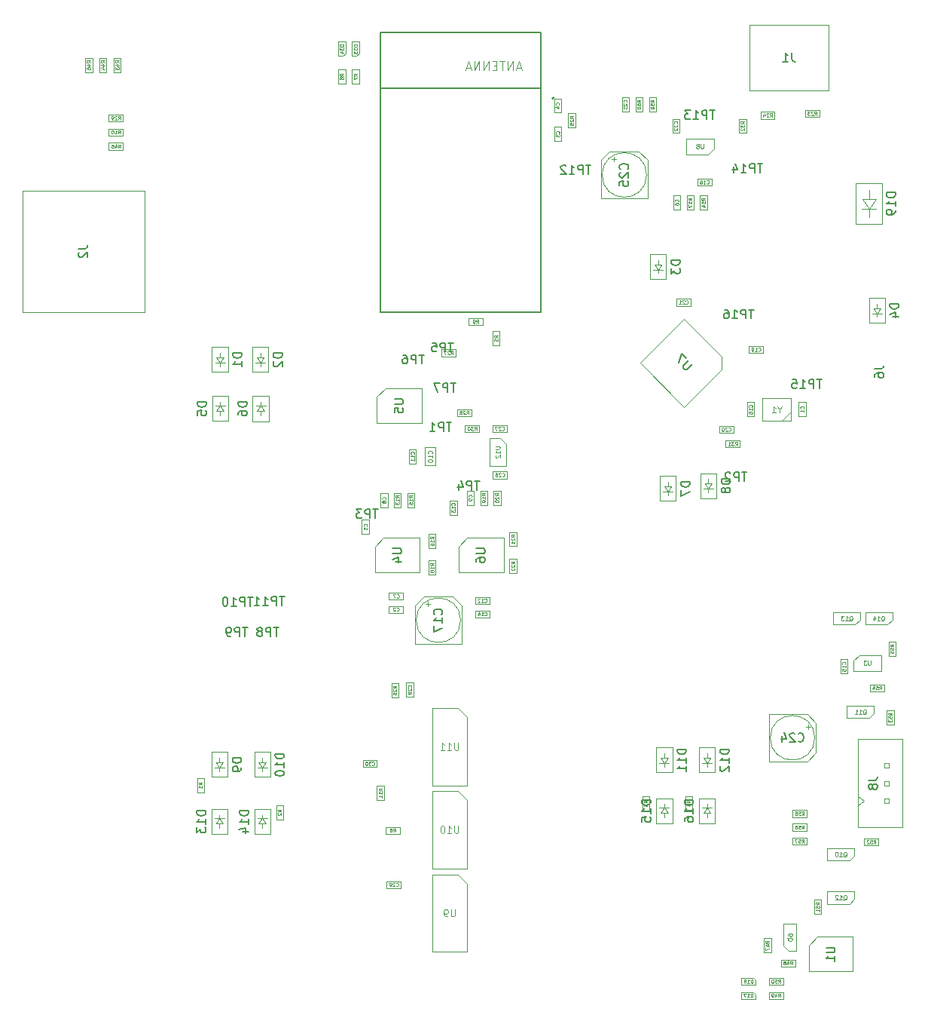
<source format=gbr>
G04 #@! TF.GenerationSoftware,KiCad,Pcbnew,(5.1.5)-3*
G04 #@! TF.CreationDate,2020-05-31T21:02:16+02:00*
G04 #@! TF.ProjectId,cz-badge-hardware,637a2d62-6164-4676-952d-686172647761,rev?*
G04 #@! TF.SameCoordinates,PX17d7840PY7735940*
G04 #@! TF.FileFunction,Other,Fab,Bot*
%FSLAX46Y46*%
G04 Gerber Fmt 4.6, Leading zero omitted, Abs format (unit mm)*
G04 Created by KiCad (PCBNEW (5.1.5)-3) date 2020-05-31 21:02:16*
%MOMM*%
%LPD*%
G04 APERTURE LIST*
%ADD10C,0.100000*%
%ADD11C,0.200000*%
%ADD12C,0.127000*%
%ADD13C,0.150000*%
%ADD14C,0.060000*%
%ADD15C,0.075000*%
%ADD16C,0.080000*%
%ADD17C,0.015000*%
%ADD18C,0.105000*%
G04 APERTURE END LIST*
D10*
X38700000Y27200000D02*
X40300000Y27200000D01*
X38700000Y28000000D02*
X38700000Y27200000D01*
X40300000Y28000000D02*
X38700000Y28000000D01*
X40300000Y27200000D02*
X40300000Y28000000D01*
X41400000Y13600000D02*
X43000000Y13600000D01*
X41400000Y14400000D02*
X41400000Y13600000D01*
X43000000Y14400000D02*
X41400000Y14400000D01*
X43000000Y13600000D02*
X43000000Y14400000D01*
X43600000Y36700000D02*
X43600000Y35100000D01*
X44400000Y36700000D02*
X43600000Y36700000D01*
X44400000Y35100000D02*
X44400000Y36700000D01*
X43600000Y35100000D02*
X44400000Y35100000D01*
X52980000Y64130000D02*
X52980000Y61030000D01*
X52980000Y61030000D02*
X54780000Y61030000D01*
X54780000Y63480000D02*
X54780000Y61030000D01*
X52980000Y64130000D02*
X54130000Y64130000D01*
X54780000Y63480000D02*
X54130000Y64130000D01*
X50200000Y64800000D02*
X51800000Y64800000D01*
X50200000Y65600000D02*
X50200000Y64800000D01*
X51800000Y65600000D02*
X50200000Y65600000D01*
X51800000Y64800000D02*
X51800000Y65600000D01*
X54900000Y65600000D02*
X53300000Y65600000D01*
X54900000Y64800000D02*
X54900000Y65600000D01*
X53300000Y64800000D02*
X54900000Y64800000D01*
X53300000Y65600000D02*
X53300000Y64800000D01*
X54912500Y60400000D02*
X53312500Y60400000D01*
X54912500Y59600000D02*
X54912500Y60400000D01*
X53312500Y59600000D02*
X54912500Y59600000D01*
X53312500Y60400000D02*
X53312500Y59600000D01*
X49300000Y66600000D02*
X50900000Y66600000D01*
X49300000Y67400000D02*
X49300000Y66600000D01*
X50900000Y67400000D02*
X49300000Y67400000D01*
X50900000Y66600000D02*
X50900000Y67400000D01*
X50400000Y32850000D02*
X49400000Y33850000D01*
X50400000Y25150000D02*
X50400000Y32850000D01*
X46500000Y25150000D02*
X50400000Y25150000D01*
X46500000Y33850000D02*
X46500000Y25150000D01*
X49400000Y33850000D02*
X46500000Y33850000D01*
X50400000Y23500000D02*
X49400000Y24500000D01*
X50400000Y15800000D02*
X50400000Y23500000D01*
X46500000Y15800000D02*
X50400000Y15800000D01*
X46500000Y24500000D02*
X46500000Y15800000D01*
X49400000Y24500000D02*
X46500000Y24500000D01*
X50400000Y14150000D02*
X49400000Y15150000D01*
X50400000Y6450000D02*
X50400000Y14150000D01*
X46500000Y6450000D02*
X50400000Y6450000D01*
X46500000Y15150000D02*
X46500000Y6450000D01*
X49400000Y15150000D02*
X46500000Y15150000D01*
X41910000Y36646000D02*
X41910000Y35046000D01*
X42710000Y36646000D02*
X41910000Y36646000D01*
X42710000Y35046000D02*
X42710000Y36646000D01*
X41910000Y35046000D02*
X42710000Y35046000D01*
X40300000Y25100000D02*
X40300000Y23500000D01*
X41100000Y25100000D02*
X40300000Y25100000D01*
X41100000Y23500000D02*
X41100000Y25100000D01*
X40300000Y23500000D02*
X41100000Y23500000D01*
X41256000Y19698000D02*
X42856000Y19698000D01*
X41256000Y20498000D02*
X41256000Y19698000D01*
X42856000Y20498000D02*
X41256000Y20498000D01*
X42856000Y19698000D02*
X42856000Y20498000D01*
X69342000Y102432000D02*
X69342000Y100832000D01*
X70142000Y102432000D02*
X69342000Y102432000D01*
X70142000Y100832000D02*
X70142000Y102432000D01*
X69342000Y100832000D02*
X70142000Y100832000D01*
X71666000Y100832000D02*
X71666000Y102432000D01*
X70866000Y100832000D02*
X71666000Y100832000D01*
X70866000Y102432000D02*
X70866000Y100832000D01*
X71666000Y102432000D02*
X70866000Y102432000D01*
X68618000Y100832000D02*
X68618000Y102432000D01*
X67818000Y100832000D02*
X68618000Y100832000D01*
X67818000Y102432000D02*
X67818000Y100832000D01*
X68618000Y102432000D02*
X67818000Y102432000D01*
X95057107Y23400000D02*
X94350000Y23900000D01*
X94350000Y22900000D02*
X95057107Y23400000D01*
X97850000Y27650000D02*
X97850000Y27150000D01*
X97350000Y27650000D02*
X97850000Y27650000D01*
X97350000Y27150000D02*
X97350000Y27650000D01*
X97850000Y27150000D02*
X97350000Y27150000D01*
X97850000Y25650000D02*
X97850000Y25150000D01*
X97350000Y25650000D02*
X97850000Y25650000D01*
X97350000Y25150000D02*
X97350000Y25650000D01*
X97850000Y25150000D02*
X97350000Y25150000D01*
X97850000Y23650000D02*
X97850000Y23150000D01*
X97350000Y23650000D02*
X97850000Y23650000D01*
X97350000Y23150000D02*
X97350000Y23650000D01*
X97850000Y23150000D02*
X97350000Y23150000D01*
X94350000Y30375000D02*
X99350000Y30375000D01*
X94350000Y20425000D02*
X99350000Y20425000D01*
X99350000Y20425000D02*
X99350000Y30375000D01*
X94350000Y20425000D02*
X94350000Y30375000D01*
D11*
X60200000Y102300000D02*
G75*
G03X60200000Y102300000I-100000J0D01*
G01*
D12*
X58700000Y103400000D02*
X40700000Y103400000D01*
X40700000Y103400000D02*
X40700000Y78300000D01*
X40700000Y109700000D02*
X40700000Y103400000D01*
X40700000Y78300000D02*
X58700000Y78300000D01*
X58700000Y109700000D02*
X40700000Y109700000D01*
X58700000Y103400000D02*
X58700000Y109700000D01*
X58700000Y78300000D02*
X58700000Y103400000D01*
D10*
X45750000Y45483956D02*
X46250000Y45483956D01*
X46000000Y45733956D02*
X46000000Y45233956D01*
X48850000Y46350000D02*
X49850000Y45350000D01*
X45550000Y46350000D02*
X44550000Y45350000D01*
X45550000Y46350000D02*
X48850000Y46350000D01*
X49850000Y45350000D02*
X49850000Y41050000D01*
X44550000Y45350000D02*
X44550000Y41050000D01*
X44550000Y41050000D02*
X49850000Y41050000D01*
X49700000Y43700000D02*
G75*
G03X49700000Y43700000I-2500000J0D01*
G01*
X87012500Y21600000D02*
X88612500Y21600000D01*
X87012500Y22400000D02*
X87012500Y21600000D01*
X88612500Y22400000D02*
X87012500Y22400000D01*
X88612500Y21600000D02*
X88612500Y22400000D01*
X87000000Y18500000D02*
X88600000Y18500000D01*
X87000000Y19300000D02*
X87000000Y18500000D01*
X88600000Y19300000D02*
X87000000Y19300000D01*
X88600000Y18500000D02*
X88600000Y19300000D01*
X88600000Y20850000D02*
X87000000Y20850000D01*
X88600000Y20050000D02*
X88600000Y20850000D01*
X87000000Y20050000D02*
X88600000Y20050000D01*
X87000000Y20850000D02*
X87000000Y20050000D01*
X66650000Y95483956D02*
X67150000Y95483956D01*
X66900000Y95733956D02*
X66900000Y95233956D01*
X69750000Y96350000D02*
X70750000Y95350000D01*
X66450000Y96350000D02*
X65450000Y95350000D01*
X66450000Y96350000D02*
X69750000Y96350000D01*
X70750000Y95350000D02*
X70750000Y91050000D01*
X65450000Y95350000D02*
X65450000Y91050000D01*
X65450000Y91050000D02*
X70750000Y91050000D01*
X70600000Y93700000D02*
G75*
G03X70600000Y93700000I-2500000J0D01*
G01*
X88783956Y31950000D02*
X88783956Y31450000D01*
X89033956Y31700000D02*
X88533956Y31700000D01*
X89650000Y28850000D02*
X88650000Y27850000D01*
X89650000Y32150000D02*
X88650000Y33150000D01*
X89650000Y32150000D02*
X89650000Y28850000D01*
X88650000Y27850000D02*
X84350000Y27850000D01*
X88650000Y33150000D02*
X84350000Y33150000D01*
X84350000Y33150000D02*
X84350000Y27850000D01*
X89500000Y30500000D02*
G75*
G03X89500000Y30500000I-2500000J0D01*
G01*
X78150000Y97800000D02*
X75050000Y97800000D01*
X75050000Y97800000D02*
X75050000Y96000000D01*
X77500000Y96000000D02*
X75050000Y96000000D01*
X78150000Y97800000D02*
X78150000Y96650000D01*
X77500000Y96000000D02*
X78150000Y96650000D01*
X93850000Y38000000D02*
X96950000Y38000000D01*
X96950000Y38000000D02*
X96950000Y39800000D01*
X94500000Y39800000D02*
X96950000Y39800000D01*
X93850000Y38000000D02*
X93850000Y39150000D01*
X94500000Y39800000D02*
X93850000Y39150000D01*
X89825000Y8150000D02*
X88850000Y7175000D01*
X93750000Y8150000D02*
X89825000Y8150000D01*
X93750000Y4250000D02*
X93750000Y8150000D01*
X88850000Y4250000D02*
X93750000Y4250000D01*
X88850000Y7175000D02*
X88850000Y4250000D01*
X98600000Y39700000D02*
X98600000Y41300000D01*
X97800000Y39700000D02*
X98600000Y39700000D01*
X97800000Y41300000D02*
X97800000Y39700000D01*
X98600000Y41300000D02*
X97800000Y41300000D01*
X97300000Y36500000D02*
X95700000Y36500000D01*
X97300000Y35700000D02*
X97300000Y36500000D01*
X95700000Y35700000D02*
X97300000Y35700000D01*
X95700000Y36500000D02*
X95700000Y35700000D01*
X97600000Y33600000D02*
X97600000Y32000000D01*
X98400000Y33600000D02*
X97600000Y33600000D01*
X98400000Y32000000D02*
X98400000Y33600000D01*
X97600000Y32000000D02*
X98400000Y32000000D01*
X96650000Y19200000D02*
X95050000Y19200000D01*
X96650000Y18400000D02*
X96650000Y19200000D01*
X95050000Y18400000D02*
X96650000Y18400000D01*
X95050000Y19200000D02*
X95050000Y18400000D01*
X89450000Y12300000D02*
X89450000Y10700000D01*
X90250000Y12300000D02*
X89450000Y12300000D01*
X90250000Y10700000D02*
X90250000Y12300000D01*
X89450000Y10700000D02*
X90250000Y10700000D01*
X84350000Y2750000D02*
X85950000Y2750000D01*
X84350000Y3550000D02*
X84350000Y2750000D01*
X85950000Y3550000D02*
X84350000Y3550000D01*
X85950000Y2750000D02*
X85950000Y3550000D01*
X84350000Y1150000D02*
X85950000Y1150000D01*
X84350000Y1950000D02*
X84350000Y1150000D01*
X85950000Y1950000D02*
X84350000Y1950000D01*
X85950000Y1150000D02*
X85950000Y1950000D01*
X87300000Y5600000D02*
X85700000Y5600000D01*
X87300000Y4800000D02*
X87300000Y5600000D01*
X85700000Y4800000D02*
X87300000Y4800000D01*
X85700000Y5600000D02*
X85700000Y4800000D01*
X84600000Y6400000D02*
X84600000Y8000000D01*
X83800000Y6400000D02*
X84600000Y6400000D01*
X83800000Y8000000D02*
X83800000Y6400000D01*
X84600000Y8000000D02*
X83800000Y8000000D01*
X95180000Y43200000D02*
X95180000Y44600000D01*
X98220000Y44600000D02*
X95180000Y44600000D01*
X97650000Y43200000D02*
X98220000Y43750000D01*
X98220000Y43750000D02*
X98220000Y44600000D01*
X97650000Y43200000D02*
X95200000Y43200000D01*
X91580000Y43200000D02*
X91580000Y44600000D01*
X94620000Y44600000D02*
X91580000Y44600000D01*
X94050000Y43200000D02*
X94620000Y43750000D01*
X94620000Y43750000D02*
X94620000Y44600000D01*
X94050000Y43200000D02*
X91600000Y43200000D01*
X90930000Y11850000D02*
X90930000Y13250000D01*
X93970000Y13250000D02*
X90930000Y13250000D01*
X93400000Y11850000D02*
X93970000Y12400000D01*
X93970000Y12400000D02*
X93970000Y13250000D01*
X93400000Y11850000D02*
X90950000Y11850000D01*
X93130000Y32700000D02*
X93130000Y34100000D01*
X96170000Y34100000D02*
X93130000Y34100000D01*
X95600000Y32700000D02*
X96170000Y33250000D01*
X96170000Y33250000D02*
X96170000Y34100000D01*
X95600000Y32700000D02*
X93150000Y32700000D01*
X90930000Y16700000D02*
X90930000Y18100000D01*
X93970000Y18100000D02*
X90930000Y18100000D01*
X93400000Y16700000D02*
X93970000Y17250000D01*
X93970000Y17250000D02*
X93970000Y18100000D01*
X93400000Y16700000D02*
X90950000Y16700000D01*
X86000000Y9620000D02*
X87400000Y9620000D01*
X87400000Y6580000D02*
X87400000Y9620000D01*
X86000000Y7150000D02*
X86550000Y6580000D01*
X86550000Y6580000D02*
X87400000Y6580000D01*
X86000000Y7150000D02*
X86000000Y9600000D01*
X95598980Y89850560D02*
X96399080Y91001180D01*
X95598980Y89850560D02*
X94849680Y91001180D01*
X94849680Y91001180D02*
X96399080Y91001180D01*
X96399080Y89850560D02*
X94798880Y89850560D01*
X95598980Y91001180D02*
X95598980Y91999400D01*
X95598980Y89850560D02*
X95598980Y88948860D01*
X97100000Y92800000D02*
X97100000Y88200000D01*
X97100000Y92800000D02*
X94100000Y92800000D01*
X94100000Y88200000D02*
X97100000Y88200000D01*
X94100000Y92800000D02*
X94100000Y88200000D01*
X81250000Y2750000D02*
X81250000Y3550000D01*
X82850000Y2750000D02*
X81250000Y2750000D01*
X82850000Y3250000D02*
X82850000Y2750000D01*
X82550000Y3550000D02*
X82850000Y3250000D01*
X81250000Y3550000D02*
X82550000Y3550000D01*
X81250000Y1150000D02*
X81250000Y1950000D01*
X82850000Y1150000D02*
X81250000Y1150000D01*
X82850000Y1650000D02*
X82850000Y1150000D01*
X82550000Y1950000D02*
X82850000Y1650000D01*
X81250000Y1950000D02*
X82550000Y1950000D01*
X74300000Y98400000D02*
X74300000Y100000000D01*
X73500000Y98400000D02*
X74300000Y98400000D01*
X73500000Y100000000D02*
X73500000Y98400000D01*
X74300000Y100000000D02*
X73500000Y100000000D01*
X77900000Y93300000D02*
X76300000Y93300000D01*
X77900000Y92500000D02*
X77900000Y93300000D01*
X76300000Y92500000D02*
X77900000Y92500000D01*
X76300000Y93300000D02*
X76300000Y92500000D01*
X93200000Y37700000D02*
X93200000Y39300000D01*
X92400000Y37700000D02*
X93200000Y37700000D01*
X92400000Y39300000D02*
X92400000Y37700000D01*
X93200000Y39300000D02*
X92400000Y39300000D01*
X7500000Y106850000D02*
X7500000Y105250000D01*
X8300000Y106850000D02*
X7500000Y106850000D01*
X8300000Y105250000D02*
X8300000Y106850000D01*
X7500000Y105250000D02*
X8300000Y105250000D01*
X11750000Y97300000D02*
X10150000Y97300000D01*
X11750000Y96500000D02*
X11750000Y97300000D01*
X10150000Y96500000D02*
X11750000Y96500000D01*
X10150000Y97300000D02*
X10150000Y96500000D01*
X9100000Y106850000D02*
X9100000Y105250000D01*
X9900000Y106850000D02*
X9100000Y106850000D01*
X9900000Y105250000D02*
X9900000Y106850000D01*
X9100000Y105250000D02*
X9900000Y105250000D01*
X10700000Y106850000D02*
X10700000Y105250000D01*
X11500000Y106850000D02*
X10700000Y106850000D01*
X11500000Y105250000D02*
X11500000Y106850000D01*
X10700000Y105250000D02*
X11500000Y105250000D01*
X11750000Y100500000D02*
X10150000Y100500000D01*
X11750000Y99700000D02*
X11750000Y100500000D01*
X10150000Y99700000D02*
X11750000Y99700000D01*
X10150000Y100500000D02*
X10150000Y99700000D01*
X11750000Y98900000D02*
X10150000Y98900000D01*
X11750000Y98100000D02*
X11750000Y98900000D01*
X10150000Y98100000D02*
X11750000Y98100000D01*
X10150000Y98900000D02*
X10150000Y98100000D01*
X52200000Y77625000D02*
X50600000Y77625000D01*
X52200000Y76825000D02*
X52200000Y77625000D01*
X50600000Y76825000D02*
X52200000Y76825000D01*
X50600000Y77625000D02*
X50600000Y76825000D01*
X53300000Y76150000D02*
X53300000Y74550000D01*
X54100000Y76150000D02*
X53300000Y76150000D01*
X54100000Y74550000D02*
X54100000Y76150000D01*
X53300000Y74550000D02*
X54100000Y74550000D01*
X90000000Y101000000D02*
X88400000Y101000000D01*
X90000000Y100200000D02*
X90000000Y101000000D01*
X88400000Y100200000D02*
X90000000Y100200000D01*
X88400000Y101000000D02*
X88400000Y100200000D01*
X79042641Y71892893D02*
X79042641Y73307107D01*
X74800000Y67650253D02*
X79042641Y71892893D01*
X69850253Y72600000D02*
X74800000Y67650253D01*
X74800000Y77549747D02*
X69850253Y72600000D01*
X79042641Y73307107D02*
X74800000Y77549747D01*
X86800000Y67100000D02*
X85800000Y66100000D01*
X83600000Y68600000D02*
X86800000Y68600000D01*
X83600000Y66100000D02*
X83600000Y68600000D01*
X86800000Y66100000D02*
X83600000Y66100000D01*
X86800000Y68600000D02*
X86800000Y66100000D01*
X81800000Y98400000D02*
X81800000Y100000000D01*
X81000000Y98400000D02*
X81800000Y98400000D01*
X81000000Y100000000D02*
X81000000Y98400000D01*
X81800000Y100000000D02*
X81000000Y100000000D01*
X81100000Y63900000D02*
X79500000Y63900000D01*
X81100000Y63100000D02*
X81100000Y63900000D01*
X79500000Y63100000D02*
X81100000Y63100000D01*
X79500000Y63900000D02*
X79500000Y63100000D01*
X49125000Y74125000D02*
X47525000Y74125000D01*
X49125000Y73325000D02*
X49125000Y74125000D01*
X47525000Y73325000D02*
X49125000Y73325000D01*
X47525000Y74125000D02*
X47525000Y73325000D01*
X61800000Y100600000D02*
X61800000Y99000000D01*
X62600000Y100600000D02*
X61800000Y100600000D01*
X62600000Y99000000D02*
X62600000Y100600000D01*
X61800000Y99000000D02*
X62600000Y99000000D01*
X73950000Y79000000D02*
X75550000Y79000000D01*
X73950000Y79800000D02*
X73950000Y79000000D01*
X75550000Y79800000D02*
X73950000Y79800000D01*
X75550000Y79000000D02*
X75550000Y79800000D01*
X80350000Y65525000D02*
X78750000Y65525000D01*
X80350000Y64725000D02*
X80350000Y65525000D01*
X78750000Y64725000D02*
X80350000Y64725000D01*
X78750000Y65525000D02*
X78750000Y64725000D01*
X83700000Y74500000D02*
X82100000Y74500000D01*
X83700000Y73700000D02*
X83700000Y74500000D01*
X82100000Y73700000D02*
X83700000Y73700000D01*
X82100000Y74500000D02*
X82100000Y73700000D01*
X82700000Y66600000D02*
X82700000Y68200000D01*
X81900000Y66600000D02*
X82700000Y66600000D01*
X81900000Y68200000D02*
X81900000Y66600000D01*
X82700000Y68200000D02*
X81900000Y68200000D01*
X87700000Y68200000D02*
X87700000Y66600000D01*
X88500000Y68200000D02*
X87700000Y68200000D01*
X88500000Y66600000D02*
X88500000Y68200000D01*
X87700000Y66600000D02*
X88500000Y66600000D01*
X51350000Y44000000D02*
X52950000Y44000000D01*
X51350000Y44800000D02*
X51350000Y44000000D01*
X52950000Y44800000D02*
X51350000Y44800000D01*
X52950000Y44000000D02*
X52950000Y44800000D01*
X41650000Y44500000D02*
X43250000Y44500000D01*
X41650000Y45300000D02*
X41650000Y44500000D01*
X43250000Y45300000D02*
X41650000Y45300000D01*
X43250000Y44500000D02*
X43250000Y45300000D01*
X85000000Y100800000D02*
X83400000Y100800000D01*
X85000000Y100000000D02*
X85000000Y100800000D01*
X83400000Y100000000D02*
X85000000Y100000000D01*
X83400000Y100800000D02*
X83400000Y100000000D01*
X14150000Y78300000D02*
X450000Y78300000D01*
X450000Y78300000D02*
X450000Y91900000D01*
X450000Y91900000D02*
X14150000Y91900000D01*
X14150000Y91900000D02*
X14150000Y78300000D01*
X50450000Y52950000D02*
X49475000Y51975000D01*
X54525000Y52950000D02*
X50450000Y52950000D01*
X54525000Y49050000D02*
X54525000Y52950000D01*
X49475000Y49050000D02*
X54525000Y49050000D01*
X49475000Y51975000D02*
X49475000Y49050000D01*
X41250000Y69750000D02*
X40275000Y68775000D01*
X45325000Y69750000D02*
X41250000Y69750000D01*
X45325000Y65850000D02*
X45325000Y69750000D01*
X40275000Y65850000D02*
X45325000Y65850000D01*
X40275000Y68775000D02*
X40275000Y65850000D01*
X41050000Y52950000D02*
X40075000Y51975000D01*
X45125000Y52950000D02*
X41050000Y52950000D01*
X45125000Y49050000D02*
X45125000Y52950000D01*
X40075000Y49050000D02*
X45125000Y49050000D01*
X40075000Y51975000D02*
X40075000Y49050000D01*
X55200000Y50600000D02*
X55200000Y49000000D01*
X56000000Y50600000D02*
X55200000Y50600000D01*
X56000000Y49000000D02*
X56000000Y50600000D01*
X55200000Y49000000D02*
X56000000Y49000000D01*
X55200000Y53600000D02*
X55200000Y52000000D01*
X56000000Y53600000D02*
X55200000Y53600000D01*
X56000000Y52000000D02*
X56000000Y53600000D01*
X55200000Y52000000D02*
X56000000Y52000000D01*
X53400000Y58250000D02*
X53400000Y56650000D01*
X54200000Y58250000D02*
X53400000Y58250000D01*
X54200000Y56650000D02*
X54200000Y58250000D01*
X53400000Y56650000D02*
X54200000Y56650000D01*
X52700000Y56650000D02*
X52700000Y58250000D01*
X51900000Y56650000D02*
X52700000Y56650000D01*
X51900000Y58250000D02*
X51900000Y56650000D01*
X52700000Y58250000D02*
X51900000Y58250000D01*
X46100000Y50400000D02*
X46100000Y48800000D01*
X46900000Y50400000D02*
X46100000Y50400000D01*
X46900000Y48800000D02*
X46900000Y50400000D01*
X46100000Y48800000D02*
X46900000Y48800000D01*
X46100000Y53400000D02*
X46100000Y51800000D01*
X46900000Y53400000D02*
X46100000Y53400000D01*
X46900000Y51800000D02*
X46900000Y53400000D01*
X46100000Y51800000D02*
X46900000Y51800000D01*
X43700000Y58000000D02*
X43700000Y56400000D01*
X44500000Y58000000D02*
X43700000Y58000000D01*
X44500000Y56400000D02*
X44500000Y58000000D01*
X43700000Y56400000D02*
X44500000Y56400000D01*
X42980000Y56400000D02*
X42980000Y58000000D01*
X42180000Y56400000D02*
X42980000Y56400000D01*
X42180000Y58000000D02*
X42180000Y56400000D01*
X42980000Y58000000D02*
X42180000Y58000000D01*
X48475000Y57150000D02*
X48475000Y55550000D01*
X49275000Y57150000D02*
X48475000Y57150000D01*
X49275000Y55550000D02*
X49275000Y57150000D01*
X48475000Y55550000D02*
X49275000Y55550000D01*
X51350000Y45500000D02*
X52950000Y45500000D01*
X51350000Y46300000D02*
X51350000Y45500000D01*
X52950000Y46300000D02*
X51350000Y46300000D01*
X52950000Y45500000D02*
X52950000Y46300000D01*
X44700000Y61300000D02*
X44700000Y62900000D01*
X43900000Y61300000D02*
X44700000Y61300000D01*
X43900000Y62900000D02*
X43900000Y61300000D01*
X44700000Y62900000D02*
X43900000Y62900000D01*
X46900000Y61100000D02*
X46900000Y63100000D01*
X45700000Y61100000D02*
X46900000Y61100000D01*
X45700000Y63100000D02*
X45700000Y61100000D01*
X46900000Y63100000D02*
X45700000Y63100000D01*
X50390000Y58250000D02*
X50390000Y56650000D01*
X51190000Y58250000D02*
X50390000Y58250000D01*
X51190000Y56650000D02*
X51190000Y58250000D01*
X50390000Y56650000D02*
X51190000Y56650000D01*
X40700000Y58000000D02*
X40700000Y56400000D01*
X41500000Y58000000D02*
X40700000Y58000000D01*
X41500000Y56400000D02*
X41500000Y58000000D01*
X40700000Y56400000D02*
X41500000Y56400000D01*
X41650000Y46000000D02*
X43250000Y46000000D01*
X41650000Y46800000D02*
X41650000Y46000000D01*
X43250000Y46800000D02*
X41650000Y46800000D01*
X43250000Y46000000D02*
X43250000Y46800000D01*
X38600000Y55000000D02*
X38600000Y53400000D01*
X39400000Y55000000D02*
X38600000Y55000000D01*
X39400000Y53400000D02*
X39400000Y55000000D01*
X38600000Y53400000D02*
X39400000Y53400000D01*
X76500000Y23700000D02*
X76500000Y20900000D01*
X76500000Y20900000D02*
X78300000Y20900000D01*
X78300000Y20900000D02*
X78300000Y23700000D01*
X78300000Y23700000D02*
X76500000Y23700000D01*
X77400000Y23050000D02*
X77400000Y22650000D01*
X77400000Y22650000D02*
X76850000Y22650000D01*
X77400000Y22650000D02*
X77950000Y22650000D01*
X77400000Y22650000D02*
X77000000Y22050000D01*
X77000000Y22050000D02*
X77800000Y22050000D01*
X77800000Y22050000D02*
X77400000Y22650000D01*
X77400000Y22050000D02*
X77400000Y21550000D01*
X71700000Y23700000D02*
X71700000Y20900000D01*
X71700000Y20900000D02*
X73500000Y20900000D01*
X73500000Y20900000D02*
X73500000Y23700000D01*
X73500000Y23700000D02*
X71700000Y23700000D01*
X72600000Y23050000D02*
X72600000Y22650000D01*
X72600000Y22650000D02*
X72050000Y22650000D01*
X72600000Y22650000D02*
X73150000Y22650000D01*
X72600000Y22650000D02*
X72200000Y22050000D01*
X72200000Y22050000D02*
X73000000Y22050000D01*
X73000000Y22050000D02*
X72600000Y22650000D01*
X72600000Y22050000D02*
X72600000Y21550000D01*
X26500000Y22500000D02*
X26500000Y19700000D01*
X26500000Y19700000D02*
X28300000Y19700000D01*
X28300000Y19700000D02*
X28300000Y22500000D01*
X28300000Y22500000D02*
X26500000Y22500000D01*
X27400000Y21850000D02*
X27400000Y21450000D01*
X27400000Y21450000D02*
X26850000Y21450000D01*
X27400000Y21450000D02*
X27950000Y21450000D01*
X27400000Y21450000D02*
X27000000Y20850000D01*
X27000000Y20850000D02*
X27800000Y20850000D01*
X27800000Y20850000D02*
X27400000Y21450000D01*
X27400000Y20850000D02*
X27400000Y20350000D01*
X21700000Y22500000D02*
X21700000Y19700000D01*
X21700000Y19700000D02*
X23500000Y19700000D01*
X23500000Y19700000D02*
X23500000Y22500000D01*
X23500000Y22500000D02*
X21700000Y22500000D01*
X22600000Y21850000D02*
X22600000Y21450000D01*
X22600000Y21450000D02*
X22050000Y21450000D01*
X22600000Y21450000D02*
X23150000Y21450000D01*
X22600000Y21450000D02*
X22200000Y20850000D01*
X22200000Y20850000D02*
X23000000Y20850000D01*
X23000000Y20850000D02*
X22600000Y21450000D01*
X22600000Y20850000D02*
X22600000Y20350000D01*
X78300000Y26600000D02*
X78300000Y29400000D01*
X78300000Y29400000D02*
X76500000Y29400000D01*
X76500000Y29400000D02*
X76500000Y26600000D01*
X76500000Y26600000D02*
X78300000Y26600000D01*
X77400000Y27250000D02*
X77400000Y27650000D01*
X77400000Y27650000D02*
X77950000Y27650000D01*
X77400000Y27650000D02*
X76850000Y27650000D01*
X77400000Y27650000D02*
X77800000Y28250000D01*
X77800000Y28250000D02*
X77000000Y28250000D01*
X77000000Y28250000D02*
X77400000Y27650000D01*
X77400000Y28250000D02*
X77400000Y28750000D01*
X73500000Y26600000D02*
X73500000Y29400000D01*
X73500000Y29400000D02*
X71700000Y29400000D01*
X71700000Y29400000D02*
X71700000Y26600000D01*
X71700000Y26600000D02*
X73500000Y26600000D01*
X72600000Y27250000D02*
X72600000Y27650000D01*
X72600000Y27650000D02*
X73150000Y27650000D01*
X72600000Y27650000D02*
X72050000Y27650000D01*
X72600000Y27650000D02*
X73000000Y28250000D01*
X73000000Y28250000D02*
X72200000Y28250000D01*
X72200000Y28250000D02*
X72600000Y27650000D01*
X72600000Y28250000D02*
X72600000Y28750000D01*
X28300000Y26100000D02*
X28300000Y28900000D01*
X28300000Y28900000D02*
X26500000Y28900000D01*
X26500000Y28900000D02*
X26500000Y26100000D01*
X26500000Y26100000D02*
X28300000Y26100000D01*
X27400000Y26750000D02*
X27400000Y27150000D01*
X27400000Y27150000D02*
X27950000Y27150000D01*
X27400000Y27150000D02*
X26850000Y27150000D01*
X27400000Y27150000D02*
X27800000Y27750000D01*
X27800000Y27750000D02*
X27000000Y27750000D01*
X27000000Y27750000D02*
X27400000Y27150000D01*
X27400000Y27750000D02*
X27400000Y28250000D01*
X23500000Y26100000D02*
X23500000Y28900000D01*
X23500000Y28900000D02*
X21700000Y28900000D01*
X21700000Y28900000D02*
X21700000Y26100000D01*
X21700000Y26100000D02*
X23500000Y26100000D01*
X22600000Y26750000D02*
X22600000Y27150000D01*
X22600000Y27150000D02*
X23150000Y27150000D01*
X22600000Y27150000D02*
X22050000Y27150000D01*
X22600000Y27150000D02*
X23000000Y27750000D01*
X23000000Y27750000D02*
X22200000Y27750000D01*
X22200000Y27750000D02*
X22600000Y27150000D01*
X22600000Y27750000D02*
X22600000Y28250000D01*
X78450000Y57400000D02*
X78450000Y60200000D01*
X78450000Y60200000D02*
X76650000Y60200000D01*
X76650000Y60200000D02*
X76650000Y57400000D01*
X76650000Y57400000D02*
X78450000Y57400000D01*
X77550000Y58050000D02*
X77550000Y58450000D01*
X77550000Y58450000D02*
X78100000Y58450000D01*
X77550000Y58450000D02*
X77000000Y58450000D01*
X77550000Y58450000D02*
X77950000Y59050000D01*
X77950000Y59050000D02*
X77150000Y59050000D01*
X77150000Y59050000D02*
X77550000Y58450000D01*
X77550000Y59050000D02*
X77550000Y59550000D01*
X73900000Y57100000D02*
X73900000Y59900000D01*
X73900000Y59900000D02*
X72100000Y59900000D01*
X72100000Y59900000D02*
X72100000Y57100000D01*
X72100000Y57100000D02*
X73900000Y57100000D01*
X73000000Y57750000D02*
X73000000Y58150000D01*
X73000000Y58150000D02*
X73550000Y58150000D01*
X73000000Y58150000D02*
X72450000Y58150000D01*
X73000000Y58150000D02*
X73400000Y58750000D01*
X73400000Y58750000D02*
X72600000Y58750000D01*
X72600000Y58750000D02*
X73000000Y58150000D01*
X73000000Y58750000D02*
X73000000Y59250000D01*
X26330000Y68850000D02*
X26330000Y66050000D01*
X26330000Y66050000D02*
X28130000Y66050000D01*
X28130000Y66050000D02*
X28130000Y68850000D01*
X28130000Y68850000D02*
X26330000Y68850000D01*
X27230000Y68200000D02*
X27230000Y67800000D01*
X27230000Y67800000D02*
X26680000Y67800000D01*
X27230000Y67800000D02*
X27780000Y67800000D01*
X27230000Y67800000D02*
X26830000Y67200000D01*
X26830000Y67200000D02*
X27630000Y67200000D01*
X27630000Y67200000D02*
X27230000Y67800000D01*
X27230000Y67200000D02*
X27230000Y66700000D01*
X21760000Y68860000D02*
X21760000Y66060000D01*
X21760000Y66060000D02*
X23560000Y66060000D01*
X23560000Y66060000D02*
X23560000Y68860000D01*
X23560000Y68860000D02*
X21760000Y68860000D01*
X22660000Y68210000D02*
X22660000Y67810000D01*
X22660000Y67810000D02*
X22110000Y67810000D01*
X22660000Y67810000D02*
X23210000Y67810000D01*
X22660000Y67810000D02*
X22260000Y67210000D01*
X22260000Y67210000D02*
X23060000Y67210000D01*
X23060000Y67210000D02*
X22660000Y67810000D01*
X22660000Y67210000D02*
X22660000Y66710000D01*
X97400000Y77100000D02*
X97400000Y79900000D01*
X97400000Y79900000D02*
X95600000Y79900000D01*
X95600000Y79900000D02*
X95600000Y77100000D01*
X95600000Y77100000D02*
X97400000Y77100000D01*
X96500000Y77750000D02*
X96500000Y78150000D01*
X96500000Y78150000D02*
X97050000Y78150000D01*
X96500000Y78150000D02*
X95950000Y78150000D01*
X96500000Y78150000D02*
X96900000Y78750000D01*
X96900000Y78750000D02*
X96100000Y78750000D01*
X96100000Y78750000D02*
X96500000Y78150000D01*
X96500000Y78750000D02*
X96500000Y79250000D01*
X72800000Y82000000D02*
X72800000Y84800000D01*
X72800000Y84800000D02*
X71000000Y84800000D01*
X71000000Y84800000D02*
X71000000Y82000000D01*
X71000000Y82000000D02*
X72800000Y82000000D01*
X71900000Y82650000D02*
X71900000Y83050000D01*
X71900000Y83050000D02*
X72450000Y83050000D01*
X71900000Y83050000D02*
X71350000Y83050000D01*
X71900000Y83050000D02*
X72300000Y83650000D01*
X72300000Y83650000D02*
X71500000Y83650000D01*
X71500000Y83650000D02*
X71900000Y83050000D01*
X71900000Y83650000D02*
X71900000Y84150000D01*
X28090000Y71560000D02*
X28090000Y74360000D01*
X28090000Y74360000D02*
X26290000Y74360000D01*
X26290000Y74360000D02*
X26290000Y71560000D01*
X26290000Y71560000D02*
X28090000Y71560000D01*
X27190000Y72210000D02*
X27190000Y72610000D01*
X27190000Y72610000D02*
X27740000Y72610000D01*
X27190000Y72610000D02*
X26640000Y72610000D01*
X27190000Y72610000D02*
X27590000Y73210000D01*
X27590000Y73210000D02*
X26790000Y73210000D01*
X26790000Y73210000D02*
X27190000Y72610000D01*
X27190000Y73210000D02*
X27190000Y73710000D01*
X23550000Y71570000D02*
X23550000Y74370000D01*
X23550000Y74370000D02*
X21750000Y74370000D01*
X21750000Y74370000D02*
X21750000Y71570000D01*
X21750000Y71570000D02*
X23550000Y71570000D01*
X22650000Y72220000D02*
X22650000Y72620000D01*
X22650000Y72620000D02*
X23200000Y72620000D01*
X22650000Y72620000D02*
X22100000Y72620000D01*
X22650000Y72620000D02*
X23050000Y73220000D01*
X23050000Y73220000D02*
X22250000Y73220000D01*
X22250000Y73220000D02*
X22650000Y72620000D01*
X22650000Y73220000D02*
X22650000Y73720000D01*
X75100000Y91415000D02*
X75100000Y89815000D01*
X75900000Y91415000D02*
X75100000Y91415000D01*
X75900000Y89815000D02*
X75900000Y91415000D01*
X75100000Y89815000D02*
X75900000Y89815000D01*
X77400000Y89800000D02*
X77400000Y91400000D01*
X76600000Y89800000D02*
X77400000Y89800000D01*
X76600000Y91400000D02*
X76600000Y89800000D01*
X77400000Y91400000D02*
X76600000Y91400000D01*
X36750000Y103950000D02*
X36750000Y105550000D01*
X35950000Y103950000D02*
X36750000Y103950000D01*
X35950000Y105550000D02*
X35950000Y103950000D01*
X36750000Y105550000D02*
X35950000Y105550000D01*
X37500000Y105550000D02*
X37500000Y103950000D01*
X38300000Y105550000D02*
X37500000Y105550000D01*
X38300000Y103950000D02*
X38300000Y105550000D01*
X37500000Y103950000D02*
X38300000Y103950000D01*
X35950000Y108650000D02*
X36750000Y108650000D01*
X35950000Y107050000D02*
X35950000Y108650000D01*
X36450000Y107050000D02*
X35950000Y107050000D01*
X36750000Y107350000D02*
X36450000Y107050000D01*
X36750000Y108650000D02*
X36750000Y107350000D01*
X37500000Y108650000D02*
X38300000Y108650000D01*
X37500000Y107050000D02*
X37500000Y108650000D01*
X38000000Y107050000D02*
X37500000Y107050000D01*
X38300000Y107350000D02*
X38000000Y107050000D01*
X38300000Y108650000D02*
X38300000Y107350000D01*
X74400000Y89825000D02*
X74400000Y91425000D01*
X73600000Y89825000D02*
X74400000Y89825000D01*
X73600000Y91425000D02*
X73600000Y89825000D01*
X74400000Y91425000D02*
X73600000Y91425000D01*
X60200000Y102287500D02*
X60200000Y100687500D01*
X61000000Y102287500D02*
X60200000Y102287500D01*
X61000000Y100687500D02*
X61000000Y102287500D01*
X60200000Y100687500D02*
X61000000Y100687500D01*
X61025000Y97525000D02*
X61025000Y99125000D01*
X60225000Y97525000D02*
X61025000Y97525000D01*
X60225000Y99125000D02*
X60225000Y97525000D01*
X61025000Y99125000D02*
X60225000Y99125000D01*
X75730000Y22371500D02*
X75730000Y23971500D01*
X74930000Y22371500D02*
X75730000Y22371500D01*
X74930000Y23971500D02*
X74930000Y22371500D01*
X75730000Y23971500D02*
X74930000Y23971500D01*
X70904000Y22346000D02*
X70904000Y23946000D01*
X70104000Y22346000D02*
X70904000Y22346000D01*
X70104000Y23946000D02*
X70104000Y22346000D01*
X70904000Y23946000D02*
X70104000Y23946000D01*
X29756000Y21330000D02*
X29756000Y22930000D01*
X28956000Y21330000D02*
X29756000Y21330000D01*
X28956000Y22930000D02*
X28956000Y21330000D01*
X29756000Y22930000D02*
X28956000Y22930000D01*
X20866000Y24378000D02*
X20866000Y25978000D01*
X20066000Y24378000D02*
X20866000Y24378000D01*
X20066000Y25978000D02*
X20066000Y24378000D01*
X20866000Y25978000D02*
X20066000Y25978000D01*
X82130000Y103220000D02*
X91070000Y103220000D01*
X91070000Y103220000D02*
X91070000Y110540000D01*
X91070000Y110540000D02*
X82130000Y110540000D01*
X82130000Y103220000D02*
X82130000Y110540000D01*
D13*
X82658095Y78577620D02*
X82086666Y78577620D01*
X82372380Y77577620D02*
X82372380Y78577620D01*
X81753333Y77577620D02*
X81753333Y78577620D01*
X81372380Y78577620D01*
X81277142Y78530000D01*
X81229523Y78482381D01*
X81181904Y78387143D01*
X81181904Y78244286D01*
X81229523Y78149048D01*
X81277142Y78101429D01*
X81372380Y78053810D01*
X81753333Y78053810D01*
X80229523Y77577620D02*
X80800952Y77577620D01*
X80515238Y77577620D02*
X80515238Y78577620D01*
X80610476Y78434762D01*
X80705714Y78339524D01*
X80800952Y78291905D01*
X79372380Y78577620D02*
X79562857Y78577620D01*
X79658095Y78530000D01*
X79705714Y78482381D01*
X79800952Y78339524D01*
X79848571Y78149048D01*
X79848571Y77768096D01*
X79800952Y77672858D01*
X79753333Y77625239D01*
X79658095Y77577620D01*
X79467619Y77577620D01*
X79372380Y77625239D01*
X79324761Y77672858D01*
X79277142Y77768096D01*
X79277142Y78006191D01*
X79324761Y78101429D01*
X79372380Y78149048D01*
X79467619Y78196667D01*
X79658095Y78196667D01*
X79753333Y78149048D01*
X79800952Y78101429D01*
X79848571Y78006191D01*
X90298095Y70747620D02*
X89726666Y70747620D01*
X90012380Y69747620D02*
X90012380Y70747620D01*
X89393333Y69747620D02*
X89393333Y70747620D01*
X89012380Y70747620D01*
X88917142Y70700000D01*
X88869523Y70652381D01*
X88821904Y70557143D01*
X88821904Y70414286D01*
X88869523Y70319048D01*
X88917142Y70271429D01*
X89012380Y70223810D01*
X89393333Y70223810D01*
X87869523Y69747620D02*
X88440952Y69747620D01*
X88155238Y69747620D02*
X88155238Y70747620D01*
X88250476Y70604762D01*
X88345714Y70509524D01*
X88440952Y70461905D01*
X86964761Y70747620D02*
X87440952Y70747620D01*
X87488571Y70271429D01*
X87440952Y70319048D01*
X87345714Y70366667D01*
X87107619Y70366667D01*
X87012380Y70319048D01*
X86964761Y70271429D01*
X86917142Y70176191D01*
X86917142Y69938096D01*
X86964761Y69842858D01*
X87012380Y69795239D01*
X87107619Y69747620D01*
X87345714Y69747620D01*
X87440952Y69795239D01*
X87488571Y69842858D01*
X83638095Y94947620D02*
X83066666Y94947620D01*
X83352380Y93947620D02*
X83352380Y94947620D01*
X82733333Y93947620D02*
X82733333Y94947620D01*
X82352380Y94947620D01*
X82257142Y94900000D01*
X82209523Y94852381D01*
X82161904Y94757143D01*
X82161904Y94614286D01*
X82209523Y94519048D01*
X82257142Y94471429D01*
X82352380Y94423810D01*
X82733333Y94423810D01*
X81209523Y93947620D02*
X81780952Y93947620D01*
X81495238Y93947620D02*
X81495238Y94947620D01*
X81590476Y94804762D01*
X81685714Y94709524D01*
X81780952Y94661905D01*
X80352380Y94614286D02*
X80352380Y93947620D01*
X80590476Y94995239D02*
X80828571Y94280953D01*
X80209523Y94280953D01*
X78288095Y100947620D02*
X77716666Y100947620D01*
X78002380Y99947620D02*
X78002380Y100947620D01*
X77383333Y99947620D02*
X77383333Y100947620D01*
X77002380Y100947620D01*
X76907142Y100900000D01*
X76859523Y100852381D01*
X76811904Y100757143D01*
X76811904Y100614286D01*
X76859523Y100519048D01*
X76907142Y100471429D01*
X77002380Y100423810D01*
X77383333Y100423810D01*
X75859523Y99947620D02*
X76430952Y99947620D01*
X76145238Y99947620D02*
X76145238Y100947620D01*
X76240476Y100804762D01*
X76335714Y100709524D01*
X76430952Y100661905D01*
X75526190Y100947620D02*
X74907142Y100947620D01*
X75240476Y100566667D01*
X75097619Y100566667D01*
X75002380Y100519048D01*
X74954761Y100471429D01*
X74907142Y100376191D01*
X74907142Y100138096D01*
X74954761Y100042858D01*
X75002380Y99995239D01*
X75097619Y99947620D01*
X75383333Y99947620D01*
X75478571Y99995239D01*
X75526190Y100042858D01*
X64338095Y94797620D02*
X63766666Y94797620D01*
X64052380Y93797620D02*
X64052380Y94797620D01*
X63433333Y93797620D02*
X63433333Y94797620D01*
X63052380Y94797620D01*
X62957142Y94750000D01*
X62909523Y94702381D01*
X62861904Y94607143D01*
X62861904Y94464286D01*
X62909523Y94369048D01*
X62957142Y94321429D01*
X63052380Y94273810D01*
X63433333Y94273810D01*
X61909523Y93797620D02*
X62480952Y93797620D01*
X62195238Y93797620D02*
X62195238Y94797620D01*
X62290476Y94654762D01*
X62385714Y94559524D01*
X62480952Y94511905D01*
X61528571Y94702381D02*
X61480952Y94750000D01*
X61385714Y94797620D01*
X61147619Y94797620D01*
X61052380Y94750000D01*
X61004761Y94702381D01*
X60957142Y94607143D01*
X60957142Y94511905D01*
X61004761Y94369048D01*
X61576190Y93797620D01*
X60957142Y93797620D01*
X96252380Y71933334D02*
X96966666Y71933334D01*
X97109523Y71980953D01*
X97204761Y72076191D01*
X97252380Y72219048D01*
X97252380Y72314286D01*
X96252380Y71028572D02*
X96252380Y71219048D01*
X96300000Y71314286D01*
X96347619Y71361905D01*
X96490476Y71457143D01*
X96680952Y71504762D01*
X97061904Y71504762D01*
X97157142Y71457143D01*
X97204761Y71409524D01*
X97252380Y71314286D01*
X97252380Y71123810D01*
X97204761Y71028572D01*
X97157142Y70980953D01*
X97061904Y70933334D01*
X96823809Y70933334D01*
X96728571Y70980953D01*
X96680952Y71028572D01*
X96633333Y71123810D01*
X96633333Y71314286D01*
X96680952Y71409524D01*
X96728571Y71457143D01*
X96823809Y71504762D01*
X29888095Y46347620D02*
X29316666Y46347620D01*
X29602380Y45347620D02*
X29602380Y46347620D01*
X28983333Y45347620D02*
X28983333Y46347620D01*
X28602380Y46347620D01*
X28507142Y46300000D01*
X28459523Y46252381D01*
X28411904Y46157143D01*
X28411904Y46014286D01*
X28459523Y45919048D01*
X28507142Y45871429D01*
X28602380Y45823810D01*
X28983333Y45823810D01*
X27459523Y45347620D02*
X28030952Y45347620D01*
X27745238Y45347620D02*
X27745238Y46347620D01*
X27840476Y46204762D01*
X27935714Y46109524D01*
X28030952Y46061905D01*
X26507142Y45347620D02*
X27078571Y45347620D01*
X26792857Y45347620D02*
X26792857Y46347620D01*
X26888095Y46204762D01*
X26983333Y46109524D01*
X27078571Y46061905D01*
X26338095Y46297620D02*
X25766666Y46297620D01*
X26052380Y45297620D02*
X26052380Y46297620D01*
X25433333Y45297620D02*
X25433333Y46297620D01*
X25052380Y46297620D01*
X24957142Y46250000D01*
X24909523Y46202381D01*
X24861904Y46107143D01*
X24861904Y45964286D01*
X24909523Y45869048D01*
X24957142Y45821429D01*
X25052380Y45773810D01*
X25433333Y45773810D01*
X23909523Y45297620D02*
X24480952Y45297620D01*
X24195238Y45297620D02*
X24195238Y46297620D01*
X24290476Y46154762D01*
X24385714Y46059524D01*
X24480952Y46011905D01*
X23290476Y46297620D02*
X23195238Y46297620D01*
X23100000Y46250000D01*
X23052380Y46202381D01*
X23004761Y46107143D01*
X22957142Y45916667D01*
X22957142Y45678572D01*
X23004761Y45488096D01*
X23052380Y45392858D01*
X23100000Y45345239D01*
X23195238Y45297620D01*
X23290476Y45297620D01*
X23385714Y45345239D01*
X23433333Y45392858D01*
X23480952Y45488096D01*
X23528571Y45678572D01*
X23528571Y45916667D01*
X23480952Y46107143D01*
X23433333Y46202381D01*
X23385714Y46250000D01*
X23290476Y46297620D01*
X25761904Y42897620D02*
X25190476Y42897620D01*
X25476190Y41897620D02*
X25476190Y42897620D01*
X24857142Y41897620D02*
X24857142Y42897620D01*
X24476190Y42897620D01*
X24380952Y42850000D01*
X24333333Y42802381D01*
X24285714Y42707143D01*
X24285714Y42564286D01*
X24333333Y42469048D01*
X24380952Y42421429D01*
X24476190Y42373810D01*
X24857142Y42373810D01*
X23809523Y41897620D02*
X23619047Y41897620D01*
X23523809Y41945239D01*
X23476190Y41992858D01*
X23380952Y42135715D01*
X23333333Y42326191D01*
X23333333Y42707143D01*
X23380952Y42802381D01*
X23428571Y42850000D01*
X23523809Y42897620D01*
X23714285Y42897620D01*
X23809523Y42850000D01*
X23857142Y42802381D01*
X23904761Y42707143D01*
X23904761Y42469048D01*
X23857142Y42373810D01*
X23809523Y42326191D01*
X23714285Y42278572D01*
X23523809Y42278572D01*
X23428571Y42326191D01*
X23380952Y42373810D01*
X23333333Y42469048D01*
X29261904Y42897620D02*
X28690476Y42897620D01*
X28976190Y41897620D02*
X28976190Y42897620D01*
X28357142Y41897620D02*
X28357142Y42897620D01*
X27976190Y42897620D01*
X27880952Y42850000D01*
X27833333Y42802381D01*
X27785714Y42707143D01*
X27785714Y42564286D01*
X27833333Y42469048D01*
X27880952Y42421429D01*
X27976190Y42373810D01*
X28357142Y42373810D01*
X27214285Y42469048D02*
X27309523Y42516667D01*
X27357142Y42564286D01*
X27404761Y42659524D01*
X27404761Y42707143D01*
X27357142Y42802381D01*
X27309523Y42850000D01*
X27214285Y42897620D01*
X27023809Y42897620D01*
X26928571Y42850000D01*
X26880952Y42802381D01*
X26833333Y42707143D01*
X26833333Y42659524D01*
X26880952Y42564286D01*
X26928571Y42516667D01*
X27023809Y42469048D01*
X27214285Y42469048D01*
X27309523Y42421429D01*
X27357142Y42373810D01*
X27404761Y42278572D01*
X27404761Y42088096D01*
X27357142Y41992858D01*
X27309523Y41945239D01*
X27214285Y41897620D01*
X27023809Y41897620D01*
X26928571Y41945239D01*
X26880952Y41992858D01*
X26833333Y42088096D01*
X26833333Y42278572D01*
X26880952Y42373810D01*
X26928571Y42421429D01*
X27023809Y42469048D01*
D14*
X39757142Y27457143D02*
X39776190Y27438096D01*
X39833333Y27419048D01*
X39871428Y27419048D01*
X39928571Y27438096D01*
X39966666Y27476191D01*
X39985714Y27514286D01*
X40004761Y27590477D01*
X40004761Y27647620D01*
X39985714Y27723810D01*
X39966666Y27761905D01*
X39928571Y27800000D01*
X39871428Y27819048D01*
X39833333Y27819048D01*
X39776190Y27800000D01*
X39757142Y27780953D01*
X39623809Y27819048D02*
X39376190Y27819048D01*
X39509523Y27666667D01*
X39452380Y27666667D01*
X39414285Y27647620D01*
X39395238Y27628572D01*
X39376190Y27590477D01*
X39376190Y27495239D01*
X39395238Y27457143D01*
X39414285Y27438096D01*
X39452380Y27419048D01*
X39566666Y27419048D01*
X39604761Y27438096D01*
X39623809Y27457143D01*
X39128571Y27819048D02*
X39090476Y27819048D01*
X39052380Y27800000D01*
X39033333Y27780953D01*
X39014285Y27742858D01*
X38995238Y27666667D01*
X38995238Y27571429D01*
X39014285Y27495239D01*
X39033333Y27457143D01*
X39052380Y27438096D01*
X39090476Y27419048D01*
X39128571Y27419048D01*
X39166666Y27438096D01*
X39185714Y27457143D01*
X39204761Y27495239D01*
X39223809Y27571429D01*
X39223809Y27666667D01*
X39204761Y27742858D01*
X39185714Y27780953D01*
X39166666Y27800000D01*
X39128571Y27819048D01*
X42457142Y13857143D02*
X42476190Y13838096D01*
X42533333Y13819048D01*
X42571428Y13819048D01*
X42628571Y13838096D01*
X42666666Y13876191D01*
X42685714Y13914286D01*
X42704761Y13990477D01*
X42704761Y14047620D01*
X42685714Y14123810D01*
X42666666Y14161905D01*
X42628571Y14200000D01*
X42571428Y14219048D01*
X42533333Y14219048D01*
X42476190Y14200000D01*
X42457142Y14180953D01*
X42304761Y14180953D02*
X42285714Y14200000D01*
X42247619Y14219048D01*
X42152380Y14219048D01*
X42114285Y14200000D01*
X42095238Y14180953D01*
X42076190Y14142858D01*
X42076190Y14104762D01*
X42095238Y14047620D01*
X42323809Y13819048D01*
X42076190Y13819048D01*
X41885714Y13819048D02*
X41809523Y13819048D01*
X41771428Y13838096D01*
X41752380Y13857143D01*
X41714285Y13914286D01*
X41695238Y13990477D01*
X41695238Y14142858D01*
X41714285Y14180953D01*
X41733333Y14200000D01*
X41771428Y14219048D01*
X41847619Y14219048D01*
X41885714Y14200000D01*
X41904761Y14180953D01*
X41923809Y14142858D01*
X41923809Y14047620D01*
X41904761Y14009524D01*
X41885714Y13990477D01*
X41847619Y13971429D01*
X41771428Y13971429D01*
X41733333Y13990477D01*
X41714285Y14009524D01*
X41695238Y14047620D01*
X44142857Y36157143D02*
X44161904Y36176191D01*
X44180952Y36233334D01*
X44180952Y36271429D01*
X44161904Y36328572D01*
X44123809Y36366667D01*
X44085714Y36385715D01*
X44009523Y36404762D01*
X43952380Y36404762D01*
X43876190Y36385715D01*
X43838095Y36366667D01*
X43800000Y36328572D01*
X43780952Y36271429D01*
X43780952Y36233334D01*
X43800000Y36176191D01*
X43819047Y36157143D01*
X43819047Y36004762D02*
X43800000Y35985715D01*
X43780952Y35947620D01*
X43780952Y35852381D01*
X43800000Y35814286D01*
X43819047Y35795239D01*
X43857142Y35776191D01*
X43895238Y35776191D01*
X43952380Y35795239D01*
X44180952Y36023810D01*
X44180952Y35776191D01*
X43952380Y35547620D02*
X43933333Y35585715D01*
X43914285Y35604762D01*
X43876190Y35623810D01*
X43857142Y35623810D01*
X43819047Y35604762D01*
X43800000Y35585715D01*
X43780952Y35547620D01*
X43780952Y35471429D01*
X43800000Y35433334D01*
X43819047Y35414286D01*
X43857142Y35395239D01*
X43876190Y35395239D01*
X43914285Y35414286D01*
X43933333Y35433334D01*
X43952380Y35471429D01*
X43952380Y35547620D01*
X43971428Y35585715D01*
X43990476Y35604762D01*
X44028571Y35623810D01*
X44104761Y35623810D01*
X44142857Y35604762D01*
X44161904Y35585715D01*
X44180952Y35547620D01*
X44180952Y35471429D01*
X44161904Y35433334D01*
X44142857Y35414286D01*
X44104761Y35395239D01*
X44028571Y35395239D01*
X43990476Y35414286D01*
X43971428Y35433334D01*
X43952380Y35471429D01*
D15*
X53606190Y63199048D02*
X54010952Y63199048D01*
X54058571Y63175239D01*
X54082380Y63151429D01*
X54106190Y63103810D01*
X54106190Y63008572D01*
X54082380Y62960953D01*
X54058571Y62937143D01*
X54010952Y62913334D01*
X53606190Y62913334D01*
X54106190Y62413334D02*
X54106190Y62699048D01*
X54106190Y62556191D02*
X53606190Y62556191D01*
X53677619Y62603810D01*
X53725238Y62651429D01*
X53749047Y62699048D01*
X53653809Y62222858D02*
X53630000Y62199048D01*
X53606190Y62151429D01*
X53606190Y62032381D01*
X53630000Y61984762D01*
X53653809Y61960953D01*
X53701428Y61937143D01*
X53749047Y61937143D01*
X53820476Y61960953D01*
X54106190Y62246667D01*
X54106190Y61937143D01*
D14*
X51257142Y65019048D02*
X51390476Y65209524D01*
X51485714Y65019048D02*
X51485714Y65419048D01*
X51333333Y65419048D01*
X51295238Y65400000D01*
X51276190Y65380953D01*
X51257142Y65342858D01*
X51257142Y65285715D01*
X51276190Y65247620D01*
X51295238Y65228572D01*
X51333333Y65209524D01*
X51485714Y65209524D01*
X51123809Y65419048D02*
X50876190Y65419048D01*
X51009523Y65266667D01*
X50952380Y65266667D01*
X50914285Y65247620D01*
X50895238Y65228572D01*
X50876190Y65190477D01*
X50876190Y65095239D01*
X50895238Y65057143D01*
X50914285Y65038096D01*
X50952380Y65019048D01*
X51066666Y65019048D01*
X51104761Y65038096D01*
X51123809Y65057143D01*
X50628571Y65419048D02*
X50590476Y65419048D01*
X50552380Y65400000D01*
X50533333Y65380953D01*
X50514285Y65342858D01*
X50495238Y65266667D01*
X50495238Y65171429D01*
X50514285Y65095239D01*
X50533333Y65057143D01*
X50552380Y65038096D01*
X50590476Y65019048D01*
X50628571Y65019048D01*
X50666666Y65038096D01*
X50685714Y65057143D01*
X50704761Y65095239D01*
X50723809Y65171429D01*
X50723809Y65266667D01*
X50704761Y65342858D01*
X50685714Y65380953D01*
X50666666Y65400000D01*
X50628571Y65419048D01*
X54357142Y65057143D02*
X54376190Y65038096D01*
X54433333Y65019048D01*
X54471428Y65019048D01*
X54528571Y65038096D01*
X54566666Y65076191D01*
X54585714Y65114286D01*
X54604761Y65190477D01*
X54604761Y65247620D01*
X54585714Y65323810D01*
X54566666Y65361905D01*
X54528571Y65400000D01*
X54471428Y65419048D01*
X54433333Y65419048D01*
X54376190Y65400000D01*
X54357142Y65380953D01*
X54204761Y65380953D02*
X54185714Y65400000D01*
X54147619Y65419048D01*
X54052380Y65419048D01*
X54014285Y65400000D01*
X53995238Y65380953D01*
X53976190Y65342858D01*
X53976190Y65304762D01*
X53995238Y65247620D01*
X54223809Y65019048D01*
X53976190Y65019048D01*
X53842857Y65419048D02*
X53576190Y65419048D01*
X53747619Y65019048D01*
X54369642Y59857143D02*
X54388690Y59838096D01*
X54445833Y59819048D01*
X54483928Y59819048D01*
X54541071Y59838096D01*
X54579166Y59876191D01*
X54598214Y59914286D01*
X54617261Y59990477D01*
X54617261Y60047620D01*
X54598214Y60123810D01*
X54579166Y60161905D01*
X54541071Y60200000D01*
X54483928Y60219048D01*
X54445833Y60219048D01*
X54388690Y60200000D01*
X54369642Y60180953D01*
X54217261Y60180953D02*
X54198214Y60200000D01*
X54160119Y60219048D01*
X54064880Y60219048D01*
X54026785Y60200000D01*
X54007738Y60180953D01*
X53988690Y60142858D01*
X53988690Y60104762D01*
X54007738Y60047620D01*
X54236309Y59819048D01*
X53988690Y59819048D01*
X53645833Y60219048D02*
X53722023Y60219048D01*
X53760119Y60200000D01*
X53779166Y60180953D01*
X53817261Y60123810D01*
X53836309Y60047620D01*
X53836309Y59895239D01*
X53817261Y59857143D01*
X53798214Y59838096D01*
X53760119Y59819048D01*
X53683928Y59819048D01*
X53645833Y59838096D01*
X53626785Y59857143D01*
X53607738Y59895239D01*
X53607738Y59990477D01*
X53626785Y60028572D01*
X53645833Y60047620D01*
X53683928Y60066667D01*
X53760119Y60066667D01*
X53798214Y60047620D01*
X53817261Y60028572D01*
X53836309Y59990477D01*
X50357142Y66819048D02*
X50490476Y67009524D01*
X50585714Y66819048D02*
X50585714Y67219048D01*
X50433333Y67219048D01*
X50395238Y67200000D01*
X50376190Y67180953D01*
X50357142Y67142858D01*
X50357142Y67085715D01*
X50376190Y67047620D01*
X50395238Y67028572D01*
X50433333Y67009524D01*
X50585714Y67009524D01*
X50204761Y67180953D02*
X50185714Y67200000D01*
X50147619Y67219048D01*
X50052380Y67219048D01*
X50014285Y67200000D01*
X49995238Y67180953D01*
X49976190Y67142858D01*
X49976190Y67104762D01*
X49995238Y67047620D01*
X50223809Y66819048D01*
X49976190Y66819048D01*
X49747619Y67047620D02*
X49785714Y67066667D01*
X49804761Y67085715D01*
X49823809Y67123810D01*
X49823809Y67142858D01*
X49804761Y67180953D01*
X49785714Y67200000D01*
X49747619Y67219048D01*
X49671428Y67219048D01*
X49633333Y67200000D01*
X49614285Y67180953D01*
X49595238Y67142858D01*
X49595238Y67123810D01*
X49614285Y67085715D01*
X49633333Y67066667D01*
X49671428Y67047620D01*
X49747619Y67047620D01*
X49785714Y67028572D01*
X49804761Y67009524D01*
X49823809Y66971429D01*
X49823809Y66895239D01*
X49804761Y66857143D01*
X49785714Y66838096D01*
X49747619Y66819048D01*
X49671428Y66819048D01*
X49633333Y66838096D01*
X49614285Y66857143D01*
X49595238Y66895239D01*
X49595238Y66971429D01*
X49614285Y67009524D01*
X49633333Y67028572D01*
X49671428Y67047620D01*
D16*
X49440476Y29938096D02*
X49440476Y29290477D01*
X49402380Y29214286D01*
X49364285Y29176191D01*
X49288095Y29138096D01*
X49135714Y29138096D01*
X49059523Y29176191D01*
X49021428Y29214286D01*
X48983333Y29290477D01*
X48983333Y29938096D01*
X48183333Y29138096D02*
X48640476Y29138096D01*
X48411904Y29138096D02*
X48411904Y29938096D01*
X48488095Y29823810D01*
X48564285Y29747620D01*
X48640476Y29709524D01*
X47421428Y29138096D02*
X47878571Y29138096D01*
X47650000Y29138096D02*
X47650000Y29938096D01*
X47726190Y29823810D01*
X47802380Y29747620D01*
X47878571Y29709524D01*
X49440476Y20588096D02*
X49440476Y19940477D01*
X49402380Y19864286D01*
X49364285Y19826191D01*
X49288095Y19788096D01*
X49135714Y19788096D01*
X49059523Y19826191D01*
X49021428Y19864286D01*
X48983333Y19940477D01*
X48983333Y20588096D01*
X48183333Y19788096D02*
X48640476Y19788096D01*
X48411904Y19788096D02*
X48411904Y20588096D01*
X48488095Y20473810D01*
X48564285Y20397620D01*
X48640476Y20359524D01*
X47688095Y20588096D02*
X47611904Y20588096D01*
X47535714Y20550000D01*
X47497619Y20511905D01*
X47459523Y20435715D01*
X47421428Y20283334D01*
X47421428Y20092858D01*
X47459523Y19940477D01*
X47497619Y19864286D01*
X47535714Y19826191D01*
X47611904Y19788096D01*
X47688095Y19788096D01*
X47764285Y19826191D01*
X47802380Y19864286D01*
X47840476Y19940477D01*
X47878571Y20092858D01*
X47878571Y20283334D01*
X47840476Y20435715D01*
X47802380Y20511905D01*
X47764285Y20550000D01*
X47688095Y20588096D01*
X49059523Y11238096D02*
X49059523Y10590477D01*
X49021428Y10514286D01*
X48983333Y10476191D01*
X48907142Y10438096D01*
X48754761Y10438096D01*
X48678571Y10476191D01*
X48640476Y10514286D01*
X48602380Y10590477D01*
X48602380Y11238096D01*
X48183333Y10438096D02*
X48030952Y10438096D01*
X47954761Y10476191D01*
X47916666Y10514286D01*
X47840476Y10628572D01*
X47802380Y10780953D01*
X47802380Y11085715D01*
X47840476Y11161905D01*
X47878571Y11200000D01*
X47954761Y11238096D01*
X48107142Y11238096D01*
X48183333Y11200000D01*
X48221428Y11161905D01*
X48259523Y11085715D01*
X48259523Y10895239D01*
X48221428Y10819048D01*
X48183333Y10780953D01*
X48107142Y10742858D01*
X47954761Y10742858D01*
X47878571Y10780953D01*
X47840476Y10819048D01*
X47802380Y10895239D01*
D14*
X42490952Y36103143D02*
X42300476Y36236477D01*
X42490952Y36331715D02*
X42090952Y36331715D01*
X42090952Y36179334D01*
X42110000Y36141239D01*
X42129047Y36122191D01*
X42167142Y36103143D01*
X42224285Y36103143D01*
X42262380Y36122191D01*
X42281428Y36141239D01*
X42300476Y36179334D01*
X42300476Y36331715D01*
X42129047Y35950762D02*
X42110000Y35931715D01*
X42090952Y35893620D01*
X42090952Y35798381D01*
X42110000Y35760286D01*
X42129047Y35741239D01*
X42167142Y35722191D01*
X42205238Y35722191D01*
X42262380Y35741239D01*
X42490952Y35969810D01*
X42490952Y35722191D01*
X42090952Y35379334D02*
X42090952Y35455524D01*
X42110000Y35493620D01*
X42129047Y35512667D01*
X42186190Y35550762D01*
X42262380Y35569810D01*
X42414761Y35569810D01*
X42452857Y35550762D01*
X42471904Y35531715D01*
X42490952Y35493620D01*
X42490952Y35417429D01*
X42471904Y35379334D01*
X42452857Y35360286D01*
X42414761Y35341239D01*
X42319523Y35341239D01*
X42281428Y35360286D01*
X42262380Y35379334D01*
X42243333Y35417429D01*
X42243333Y35493620D01*
X42262380Y35531715D01*
X42281428Y35550762D01*
X42319523Y35569810D01*
X40880952Y24557143D02*
X40690476Y24690477D01*
X40880952Y24785715D02*
X40480952Y24785715D01*
X40480952Y24633334D01*
X40500000Y24595239D01*
X40519047Y24576191D01*
X40557142Y24557143D01*
X40614285Y24557143D01*
X40652380Y24576191D01*
X40671428Y24595239D01*
X40690476Y24633334D01*
X40690476Y24785715D01*
X40880952Y24176191D02*
X40880952Y24404762D01*
X40880952Y24290477D02*
X40480952Y24290477D01*
X40538095Y24328572D01*
X40576190Y24366667D01*
X40595238Y24404762D01*
X40880952Y23795239D02*
X40880952Y24023810D01*
X40880952Y23909524D02*
X40480952Y23909524D01*
X40538095Y23947620D01*
X40576190Y23985715D01*
X40595238Y24023810D01*
X42122666Y19917048D02*
X42256000Y20107524D01*
X42351238Y19917048D02*
X42351238Y20317048D01*
X42198857Y20317048D01*
X42160761Y20298000D01*
X42141714Y20278953D01*
X42122666Y20240858D01*
X42122666Y20183715D01*
X42141714Y20145620D01*
X42160761Y20126572D01*
X42198857Y20107524D01*
X42351238Y20107524D01*
X41779809Y20317048D02*
X41856000Y20317048D01*
X41894095Y20298000D01*
X41913142Y20278953D01*
X41951238Y20221810D01*
X41970285Y20145620D01*
X41970285Y19993239D01*
X41951238Y19955143D01*
X41932190Y19936096D01*
X41894095Y19917048D01*
X41817904Y19917048D01*
X41779809Y19936096D01*
X41760761Y19955143D01*
X41741714Y19993239D01*
X41741714Y20088477D01*
X41760761Y20126572D01*
X41779809Y20145620D01*
X41817904Y20164667D01*
X41894095Y20164667D01*
X41932190Y20145620D01*
X41951238Y20126572D01*
X41970285Y20088477D01*
X69922952Y101889143D02*
X69732476Y102022477D01*
X69922952Y102117715D02*
X69522952Y102117715D01*
X69522952Y101965334D01*
X69542000Y101927239D01*
X69561047Y101908191D01*
X69599142Y101889143D01*
X69656285Y101889143D01*
X69694380Y101908191D01*
X69713428Y101927239D01*
X69732476Y101965334D01*
X69732476Y102117715D01*
X69522952Y101546286D02*
X69522952Y101622477D01*
X69542000Y101660572D01*
X69561047Y101679620D01*
X69618190Y101717715D01*
X69694380Y101736762D01*
X69846761Y101736762D01*
X69884857Y101717715D01*
X69903904Y101698667D01*
X69922952Y101660572D01*
X69922952Y101584381D01*
X69903904Y101546286D01*
X69884857Y101527239D01*
X69846761Y101508191D01*
X69751523Y101508191D01*
X69713428Y101527239D01*
X69694380Y101546286D01*
X69675333Y101584381D01*
X69675333Y101660572D01*
X69694380Y101698667D01*
X69713428Y101717715D01*
X69751523Y101736762D01*
X69522952Y101260572D02*
X69522952Y101222477D01*
X69542000Y101184381D01*
X69561047Y101165334D01*
X69599142Y101146286D01*
X69675333Y101127239D01*
X69770571Y101127239D01*
X69846761Y101146286D01*
X69884857Y101165334D01*
X69903904Y101184381D01*
X69922952Y101222477D01*
X69922952Y101260572D01*
X69903904Y101298667D01*
X69884857Y101317715D01*
X69846761Y101336762D01*
X69770571Y101355810D01*
X69675333Y101355810D01*
X69599142Y101336762D01*
X69561047Y101317715D01*
X69542000Y101298667D01*
X69522952Y101260572D01*
X71446952Y101889143D02*
X71256476Y102022477D01*
X71446952Y102117715D02*
X71046952Y102117715D01*
X71046952Y101965334D01*
X71066000Y101927239D01*
X71085047Y101908191D01*
X71123142Y101889143D01*
X71180285Y101889143D01*
X71218380Y101908191D01*
X71237428Y101927239D01*
X71256476Y101965334D01*
X71256476Y102117715D01*
X71046952Y101527239D02*
X71046952Y101717715D01*
X71237428Y101736762D01*
X71218380Y101717715D01*
X71199333Y101679620D01*
X71199333Y101584381D01*
X71218380Y101546286D01*
X71237428Y101527239D01*
X71275523Y101508191D01*
X71370761Y101508191D01*
X71408857Y101527239D01*
X71427904Y101546286D01*
X71446952Y101584381D01*
X71446952Y101679620D01*
X71427904Y101717715D01*
X71408857Y101736762D01*
X71446952Y101317715D02*
X71446952Y101241524D01*
X71427904Y101203429D01*
X71408857Y101184381D01*
X71351714Y101146286D01*
X71275523Y101127239D01*
X71123142Y101127239D01*
X71085047Y101146286D01*
X71066000Y101165334D01*
X71046952Y101203429D01*
X71046952Y101279620D01*
X71066000Y101317715D01*
X71085047Y101336762D01*
X71123142Y101355810D01*
X71218380Y101355810D01*
X71256476Y101336762D01*
X71275523Y101317715D01*
X71294571Y101279620D01*
X71294571Y101203429D01*
X71275523Y101165334D01*
X71256476Y101146286D01*
X71218380Y101127239D01*
X68360857Y101889143D02*
X68379904Y101908191D01*
X68398952Y101965334D01*
X68398952Y102003429D01*
X68379904Y102060572D01*
X68341809Y102098667D01*
X68303714Y102117715D01*
X68227523Y102136762D01*
X68170380Y102136762D01*
X68094190Y102117715D01*
X68056095Y102098667D01*
X68018000Y102060572D01*
X67998952Y102003429D01*
X67998952Y101965334D01*
X68018000Y101908191D01*
X68037047Y101889143D01*
X68037047Y101736762D02*
X68018000Y101717715D01*
X67998952Y101679620D01*
X67998952Y101584381D01*
X68018000Y101546286D01*
X68037047Y101527239D01*
X68075142Y101508191D01*
X68113238Y101508191D01*
X68170380Y101527239D01*
X68398952Y101755810D01*
X68398952Y101508191D01*
X67998952Y101374858D02*
X67998952Y101127239D01*
X68151333Y101260572D01*
X68151333Y101203429D01*
X68170380Y101165334D01*
X68189428Y101146286D01*
X68227523Y101127239D01*
X68322761Y101127239D01*
X68360857Y101146286D01*
X68379904Y101165334D01*
X68398952Y101203429D01*
X68398952Y101317715D01*
X68379904Y101355810D01*
X68360857Y101374858D01*
D13*
X49159904Y70303620D02*
X48588476Y70303620D01*
X48874190Y69303620D02*
X48874190Y70303620D01*
X48255142Y69303620D02*
X48255142Y70303620D01*
X47874190Y70303620D01*
X47778952Y70256000D01*
X47731333Y70208381D01*
X47683714Y70113143D01*
X47683714Y69970286D01*
X47731333Y69875048D01*
X47778952Y69827429D01*
X47874190Y69779810D01*
X48255142Y69779810D01*
X47350380Y70303620D02*
X46683714Y70303620D01*
X47112285Y69303620D01*
X95552380Y25733334D02*
X96266666Y25733334D01*
X96409523Y25780953D01*
X96504761Y25876191D01*
X96552380Y26019048D01*
X96552380Y26114286D01*
X95980952Y25114286D02*
X95933333Y25209524D01*
X95885714Y25257143D01*
X95790476Y25304762D01*
X95742857Y25304762D01*
X95647619Y25257143D01*
X95600000Y25209524D01*
X95552380Y25114286D01*
X95552380Y24923810D01*
X95600000Y24828572D01*
X95647619Y24780953D01*
X95742857Y24733334D01*
X95790476Y24733334D01*
X95885714Y24780953D01*
X95933333Y24828572D01*
X95980952Y24923810D01*
X95980952Y25114286D01*
X96028571Y25209524D01*
X96076190Y25257143D01*
X96171428Y25304762D01*
X96361904Y25304762D01*
X96457142Y25257143D01*
X96504761Y25209524D01*
X96552380Y25114286D01*
X96552380Y24923810D01*
X96504761Y24828572D01*
X96457142Y24780953D01*
X96361904Y24733334D01*
X96171428Y24733334D01*
X96076190Y24780953D01*
X96028571Y24828572D01*
X95980952Y24923810D01*
D17*
X56471428Y105733334D02*
X55995238Y105733334D01*
X56566666Y105447620D02*
X56233333Y106447620D01*
X55900000Y105447620D01*
X55566666Y105447620D02*
X55566666Y106447620D01*
X54995238Y105447620D01*
X54995238Y106447620D01*
X54661904Y106447620D02*
X54090476Y106447620D01*
X54376190Y105447620D02*
X54376190Y106447620D01*
X53757142Y105971429D02*
X53423809Y105971429D01*
X53280952Y105447620D02*
X53757142Y105447620D01*
X53757142Y106447620D01*
X53280952Y106447620D01*
X52852380Y105447620D02*
X52852380Y106447620D01*
X52280952Y105447620D01*
X52280952Y106447620D01*
X51804761Y105447620D02*
X51804761Y106447620D01*
X51233333Y105447620D01*
X51233333Y106447620D01*
X50804761Y105733334D02*
X50328571Y105733334D01*
X50900000Y105447620D02*
X50566666Y106447620D01*
X50233333Y105447620D01*
D13*
X47557142Y44342858D02*
X47604761Y44390477D01*
X47652380Y44533334D01*
X47652380Y44628572D01*
X47604761Y44771429D01*
X47509523Y44866667D01*
X47414285Y44914286D01*
X47223809Y44961905D01*
X47080952Y44961905D01*
X46890476Y44914286D01*
X46795238Y44866667D01*
X46700000Y44771429D01*
X46652380Y44628572D01*
X46652380Y44533334D01*
X46700000Y44390477D01*
X46747619Y44342858D01*
X47652380Y43390477D02*
X47652380Y43961905D01*
X47652380Y43676191D02*
X46652380Y43676191D01*
X46795238Y43771429D01*
X46890476Y43866667D01*
X46938095Y43961905D01*
X46652380Y43057143D02*
X46652380Y42390477D01*
X47652380Y42819048D01*
X45586904Y73497620D02*
X45015476Y73497620D01*
X45301190Y72497620D02*
X45301190Y73497620D01*
X44682142Y72497620D02*
X44682142Y73497620D01*
X44301190Y73497620D01*
X44205952Y73450000D01*
X44158333Y73402381D01*
X44110714Y73307143D01*
X44110714Y73164286D01*
X44158333Y73069048D01*
X44205952Y73021429D01*
X44301190Y72973810D01*
X44682142Y72973810D01*
X43253571Y73497620D02*
X43444047Y73497620D01*
X43539285Y73450000D01*
X43586904Y73402381D01*
X43682142Y73259524D01*
X43729761Y73069048D01*
X43729761Y72688096D01*
X43682142Y72592858D01*
X43634523Y72545239D01*
X43539285Y72497620D01*
X43348809Y72497620D01*
X43253571Y72545239D01*
X43205952Y72592858D01*
X43158333Y72688096D01*
X43158333Y72926191D01*
X43205952Y73021429D01*
X43253571Y73069048D01*
X43348809Y73116667D01*
X43539285Y73116667D01*
X43634523Y73069048D01*
X43682142Y73021429D01*
X43729761Y72926191D01*
X48861904Y74847620D02*
X48290476Y74847620D01*
X48576190Y73847620D02*
X48576190Y74847620D01*
X47957142Y73847620D02*
X47957142Y74847620D01*
X47576190Y74847620D01*
X47480952Y74800000D01*
X47433333Y74752381D01*
X47385714Y74657143D01*
X47385714Y74514286D01*
X47433333Y74419048D01*
X47480952Y74371429D01*
X47576190Y74323810D01*
X47957142Y74323810D01*
X46480952Y74847620D02*
X46957142Y74847620D01*
X47004761Y74371429D01*
X46957142Y74419048D01*
X46861904Y74466667D01*
X46623809Y74466667D01*
X46528571Y74419048D01*
X46480952Y74371429D01*
X46433333Y74276191D01*
X46433333Y74038096D01*
X46480952Y73942858D01*
X46528571Y73895239D01*
X46623809Y73847620D01*
X46861904Y73847620D01*
X46957142Y73895239D01*
X47004761Y73942858D01*
X51831904Y59347620D02*
X51260476Y59347620D01*
X51546190Y58347620D02*
X51546190Y59347620D01*
X50927142Y58347620D02*
X50927142Y59347620D01*
X50546190Y59347620D01*
X50450952Y59300000D01*
X50403333Y59252381D01*
X50355714Y59157143D01*
X50355714Y59014286D01*
X50403333Y58919048D01*
X50450952Y58871429D01*
X50546190Y58823810D01*
X50927142Y58823810D01*
X49498571Y59014286D02*
X49498571Y58347620D01*
X49736666Y59395239D02*
X49974761Y58680953D01*
X49355714Y58680953D01*
X40411904Y56147620D02*
X39840476Y56147620D01*
X40126190Y55147620D02*
X40126190Y56147620D01*
X39507142Y55147620D02*
X39507142Y56147620D01*
X39126190Y56147620D01*
X39030952Y56100000D01*
X38983333Y56052381D01*
X38935714Y55957143D01*
X38935714Y55814286D01*
X38983333Y55719048D01*
X39030952Y55671429D01*
X39126190Y55623810D01*
X39507142Y55623810D01*
X38602380Y56147620D02*
X37983333Y56147620D01*
X38316666Y55766667D01*
X38173809Y55766667D01*
X38078571Y55719048D01*
X38030952Y55671429D01*
X37983333Y55576191D01*
X37983333Y55338096D01*
X38030952Y55242858D01*
X38078571Y55195239D01*
X38173809Y55147620D01*
X38459523Y55147620D01*
X38554761Y55195239D01*
X38602380Y55242858D01*
X81861904Y60297620D02*
X81290476Y60297620D01*
X81576190Y59297620D02*
X81576190Y60297620D01*
X80957142Y59297620D02*
X80957142Y60297620D01*
X80576190Y60297620D01*
X80480952Y60250000D01*
X80433333Y60202381D01*
X80385714Y60107143D01*
X80385714Y59964286D01*
X80433333Y59869048D01*
X80480952Y59821429D01*
X80576190Y59773810D01*
X80957142Y59773810D01*
X80004761Y60202381D02*
X79957142Y60250000D01*
X79861904Y60297620D01*
X79623809Y60297620D01*
X79528571Y60250000D01*
X79480952Y60202381D01*
X79433333Y60107143D01*
X79433333Y60011905D01*
X79480952Y59869048D01*
X80052380Y59297620D01*
X79433333Y59297620D01*
X48661904Y65897620D02*
X48090476Y65897620D01*
X48376190Y64897620D02*
X48376190Y65897620D01*
X47757142Y64897620D02*
X47757142Y65897620D01*
X47376190Y65897620D01*
X47280952Y65850000D01*
X47233333Y65802381D01*
X47185714Y65707143D01*
X47185714Y65564286D01*
X47233333Y65469048D01*
X47280952Y65421429D01*
X47376190Y65373810D01*
X47757142Y65373810D01*
X46233333Y64897620D02*
X46804761Y64897620D01*
X46519047Y64897620D02*
X46519047Y65897620D01*
X46614285Y65754762D01*
X46709523Y65659524D01*
X46804761Y65611905D01*
D14*
X88069642Y21819048D02*
X88202976Y22009524D01*
X88298214Y21819048D02*
X88298214Y22219048D01*
X88145833Y22219048D01*
X88107738Y22200000D01*
X88088690Y22180953D01*
X88069642Y22142858D01*
X88069642Y22085715D01*
X88088690Y22047620D01*
X88107738Y22028572D01*
X88145833Y22009524D01*
X88298214Y22009524D01*
X87707738Y22219048D02*
X87898214Y22219048D01*
X87917261Y22028572D01*
X87898214Y22047620D01*
X87860119Y22066667D01*
X87764880Y22066667D01*
X87726785Y22047620D01*
X87707738Y22028572D01*
X87688690Y21990477D01*
X87688690Y21895239D01*
X87707738Y21857143D01*
X87726785Y21838096D01*
X87764880Y21819048D01*
X87860119Y21819048D01*
X87898214Y21838096D01*
X87917261Y21857143D01*
X87460119Y22047620D02*
X87498214Y22066667D01*
X87517261Y22085715D01*
X87536309Y22123810D01*
X87536309Y22142858D01*
X87517261Y22180953D01*
X87498214Y22200000D01*
X87460119Y22219048D01*
X87383928Y22219048D01*
X87345833Y22200000D01*
X87326785Y22180953D01*
X87307738Y22142858D01*
X87307738Y22123810D01*
X87326785Y22085715D01*
X87345833Y22066667D01*
X87383928Y22047620D01*
X87460119Y22047620D01*
X87498214Y22028572D01*
X87517261Y22009524D01*
X87536309Y21971429D01*
X87536309Y21895239D01*
X87517261Y21857143D01*
X87498214Y21838096D01*
X87460119Y21819048D01*
X87383928Y21819048D01*
X87345833Y21838096D01*
X87326785Y21857143D01*
X87307738Y21895239D01*
X87307738Y21971429D01*
X87326785Y22009524D01*
X87345833Y22028572D01*
X87383928Y22047620D01*
X88057142Y18719048D02*
X88190476Y18909524D01*
X88285714Y18719048D02*
X88285714Y19119048D01*
X88133333Y19119048D01*
X88095238Y19100000D01*
X88076190Y19080953D01*
X88057142Y19042858D01*
X88057142Y18985715D01*
X88076190Y18947620D01*
X88095238Y18928572D01*
X88133333Y18909524D01*
X88285714Y18909524D01*
X87695238Y19119048D02*
X87885714Y19119048D01*
X87904761Y18928572D01*
X87885714Y18947620D01*
X87847619Y18966667D01*
X87752380Y18966667D01*
X87714285Y18947620D01*
X87695238Y18928572D01*
X87676190Y18890477D01*
X87676190Y18795239D01*
X87695238Y18757143D01*
X87714285Y18738096D01*
X87752380Y18719048D01*
X87847619Y18719048D01*
X87885714Y18738096D01*
X87904761Y18757143D01*
X87542857Y19119048D02*
X87276190Y19119048D01*
X87447619Y18719048D01*
X88057142Y20269048D02*
X88190476Y20459524D01*
X88285714Y20269048D02*
X88285714Y20669048D01*
X88133333Y20669048D01*
X88095238Y20650000D01*
X88076190Y20630953D01*
X88057142Y20592858D01*
X88057142Y20535715D01*
X88076190Y20497620D01*
X88095238Y20478572D01*
X88133333Y20459524D01*
X88285714Y20459524D01*
X87695238Y20669048D02*
X87885714Y20669048D01*
X87904761Y20478572D01*
X87885714Y20497620D01*
X87847619Y20516667D01*
X87752380Y20516667D01*
X87714285Y20497620D01*
X87695238Y20478572D01*
X87676190Y20440477D01*
X87676190Y20345239D01*
X87695238Y20307143D01*
X87714285Y20288096D01*
X87752380Y20269048D01*
X87847619Y20269048D01*
X87885714Y20288096D01*
X87904761Y20307143D01*
X87333333Y20669048D02*
X87409523Y20669048D01*
X87447619Y20650000D01*
X87466666Y20630953D01*
X87504761Y20573810D01*
X87523809Y20497620D01*
X87523809Y20345239D01*
X87504761Y20307143D01*
X87485714Y20288096D01*
X87447619Y20269048D01*
X87371428Y20269048D01*
X87333333Y20288096D01*
X87314285Y20307143D01*
X87295238Y20345239D01*
X87295238Y20440477D01*
X87314285Y20478572D01*
X87333333Y20497620D01*
X87371428Y20516667D01*
X87447619Y20516667D01*
X87485714Y20497620D01*
X87504761Y20478572D01*
X87523809Y20440477D01*
D13*
X68457142Y94342858D02*
X68504761Y94390477D01*
X68552380Y94533334D01*
X68552380Y94628572D01*
X68504761Y94771429D01*
X68409523Y94866667D01*
X68314285Y94914286D01*
X68123809Y94961905D01*
X67980952Y94961905D01*
X67790476Y94914286D01*
X67695238Y94866667D01*
X67600000Y94771429D01*
X67552380Y94628572D01*
X67552380Y94533334D01*
X67600000Y94390477D01*
X67647619Y94342858D01*
X67647619Y93961905D02*
X67600000Y93914286D01*
X67552380Y93819048D01*
X67552380Y93580953D01*
X67600000Y93485715D01*
X67647619Y93438096D01*
X67742857Y93390477D01*
X67838095Y93390477D01*
X67980952Y93438096D01*
X68552380Y94009524D01*
X68552380Y93390477D01*
X67552380Y92485715D02*
X67552380Y92961905D01*
X68028571Y93009524D01*
X67980952Y92961905D01*
X67933333Y92866667D01*
X67933333Y92628572D01*
X67980952Y92533334D01*
X68028571Y92485715D01*
X68123809Y92438096D01*
X68361904Y92438096D01*
X68457142Y92485715D01*
X68504761Y92533334D01*
X68552380Y92628572D01*
X68552380Y92866667D01*
X68504761Y92961905D01*
X68457142Y93009524D01*
X87642857Y30142858D02*
X87690476Y30095239D01*
X87833333Y30047620D01*
X87928571Y30047620D01*
X88071428Y30095239D01*
X88166666Y30190477D01*
X88214285Y30285715D01*
X88261904Y30476191D01*
X88261904Y30619048D01*
X88214285Y30809524D01*
X88166666Y30904762D01*
X88071428Y31000000D01*
X87928571Y31047620D01*
X87833333Y31047620D01*
X87690476Y31000000D01*
X87642857Y30952381D01*
X87261904Y30952381D02*
X87214285Y31000000D01*
X87119047Y31047620D01*
X86880952Y31047620D01*
X86785714Y31000000D01*
X86738095Y30952381D01*
X86690476Y30857143D01*
X86690476Y30761905D01*
X86738095Y30619048D01*
X87309523Y30047620D01*
X86690476Y30047620D01*
X85833333Y30714286D02*
X85833333Y30047620D01*
X86071428Y31095239D02*
X86309523Y30380953D01*
X85690476Y30380953D01*
D15*
X76980952Y97173810D02*
X76980952Y96769048D01*
X76957142Y96721429D01*
X76933333Y96697620D01*
X76885714Y96673810D01*
X76790476Y96673810D01*
X76742857Y96697620D01*
X76719047Y96721429D01*
X76695238Y96769048D01*
X76695238Y97173810D01*
X76385714Y96959524D02*
X76433333Y96983334D01*
X76457142Y97007143D01*
X76480952Y97054762D01*
X76480952Y97078572D01*
X76457142Y97126191D01*
X76433333Y97150000D01*
X76385714Y97173810D01*
X76290476Y97173810D01*
X76242857Y97150000D01*
X76219047Y97126191D01*
X76195238Y97078572D01*
X76195238Y97054762D01*
X76219047Y97007143D01*
X76242857Y96983334D01*
X76290476Y96959524D01*
X76385714Y96959524D01*
X76433333Y96935715D01*
X76457142Y96911905D01*
X76480952Y96864286D01*
X76480952Y96769048D01*
X76457142Y96721429D01*
X76433333Y96697620D01*
X76385714Y96673810D01*
X76290476Y96673810D01*
X76242857Y96697620D01*
X76219047Y96721429D01*
X76195238Y96769048D01*
X76195238Y96864286D01*
X76219047Y96911905D01*
X76242857Y96935715D01*
X76290476Y96959524D01*
X95780952Y39173810D02*
X95780952Y38769048D01*
X95757142Y38721429D01*
X95733333Y38697620D01*
X95685714Y38673810D01*
X95590476Y38673810D01*
X95542857Y38697620D01*
X95519047Y38721429D01*
X95495238Y38769048D01*
X95495238Y39173810D01*
X95304761Y39173810D02*
X94995238Y39173810D01*
X95161904Y38983334D01*
X95090476Y38983334D01*
X95042857Y38959524D01*
X95019047Y38935715D01*
X94995238Y38888096D01*
X94995238Y38769048D01*
X95019047Y38721429D01*
X95042857Y38697620D01*
X95090476Y38673810D01*
X95233333Y38673810D01*
X95280952Y38697620D01*
X95304761Y38721429D01*
D13*
X90763333Y6946667D02*
X91556666Y6946667D01*
X91650000Y6900000D01*
X91696666Y6853334D01*
X91743333Y6760000D01*
X91743333Y6573334D01*
X91696666Y6480000D01*
X91650000Y6433334D01*
X91556666Y6386667D01*
X90763333Y6386667D01*
X91743333Y5406667D02*
X91743333Y5966667D01*
X91743333Y5686667D02*
X90763333Y5686667D01*
X90903333Y5780000D01*
X90996666Y5873334D01*
X91043333Y5966667D01*
D14*
X98380952Y40757143D02*
X98190476Y40890477D01*
X98380952Y40985715D02*
X97980952Y40985715D01*
X97980952Y40833334D01*
X98000000Y40795239D01*
X98019047Y40776191D01*
X98057142Y40757143D01*
X98114285Y40757143D01*
X98152380Y40776191D01*
X98171428Y40795239D01*
X98190476Y40833334D01*
X98190476Y40985715D01*
X97980952Y40395239D02*
X97980952Y40585715D01*
X98171428Y40604762D01*
X98152380Y40585715D01*
X98133333Y40547620D01*
X98133333Y40452381D01*
X98152380Y40414286D01*
X98171428Y40395239D01*
X98209523Y40376191D01*
X98304761Y40376191D01*
X98342857Y40395239D01*
X98361904Y40414286D01*
X98380952Y40452381D01*
X98380952Y40547620D01*
X98361904Y40585715D01*
X98342857Y40604762D01*
X97980952Y40014286D02*
X97980952Y40204762D01*
X98171428Y40223810D01*
X98152380Y40204762D01*
X98133333Y40166667D01*
X98133333Y40071429D01*
X98152380Y40033334D01*
X98171428Y40014286D01*
X98209523Y39995239D01*
X98304761Y39995239D01*
X98342857Y40014286D01*
X98361904Y40033334D01*
X98380952Y40071429D01*
X98380952Y40166667D01*
X98361904Y40204762D01*
X98342857Y40223810D01*
X96757142Y35919048D02*
X96890476Y36109524D01*
X96985714Y35919048D02*
X96985714Y36319048D01*
X96833333Y36319048D01*
X96795238Y36300000D01*
X96776190Y36280953D01*
X96757142Y36242858D01*
X96757142Y36185715D01*
X96776190Y36147620D01*
X96795238Y36128572D01*
X96833333Y36109524D01*
X96985714Y36109524D01*
X96395238Y36319048D02*
X96585714Y36319048D01*
X96604761Y36128572D01*
X96585714Y36147620D01*
X96547619Y36166667D01*
X96452380Y36166667D01*
X96414285Y36147620D01*
X96395238Y36128572D01*
X96376190Y36090477D01*
X96376190Y35995239D01*
X96395238Y35957143D01*
X96414285Y35938096D01*
X96452380Y35919048D01*
X96547619Y35919048D01*
X96585714Y35938096D01*
X96604761Y35957143D01*
X96033333Y36185715D02*
X96033333Y35919048D01*
X96128571Y36338096D02*
X96223809Y36052381D01*
X95976190Y36052381D01*
X98180952Y33057143D02*
X97990476Y33190477D01*
X98180952Y33285715D02*
X97780952Y33285715D01*
X97780952Y33133334D01*
X97800000Y33095239D01*
X97819047Y33076191D01*
X97857142Y33057143D01*
X97914285Y33057143D01*
X97952380Y33076191D01*
X97971428Y33095239D01*
X97990476Y33133334D01*
X97990476Y33285715D01*
X97780952Y32695239D02*
X97780952Y32885715D01*
X97971428Y32904762D01*
X97952380Y32885715D01*
X97933333Y32847620D01*
X97933333Y32752381D01*
X97952380Y32714286D01*
X97971428Y32695239D01*
X98009523Y32676191D01*
X98104761Y32676191D01*
X98142857Y32695239D01*
X98161904Y32714286D01*
X98180952Y32752381D01*
X98180952Y32847620D01*
X98161904Y32885715D01*
X98142857Y32904762D01*
X97780952Y32542858D02*
X97780952Y32295239D01*
X97933333Y32428572D01*
X97933333Y32371429D01*
X97952380Y32333334D01*
X97971428Y32314286D01*
X98009523Y32295239D01*
X98104761Y32295239D01*
X98142857Y32314286D01*
X98161904Y32333334D01*
X98180952Y32371429D01*
X98180952Y32485715D01*
X98161904Y32523810D01*
X98142857Y32542858D01*
X96107142Y18619048D02*
X96240476Y18809524D01*
X96335714Y18619048D02*
X96335714Y19019048D01*
X96183333Y19019048D01*
X96145238Y19000000D01*
X96126190Y18980953D01*
X96107142Y18942858D01*
X96107142Y18885715D01*
X96126190Y18847620D01*
X96145238Y18828572D01*
X96183333Y18809524D01*
X96335714Y18809524D01*
X95745238Y19019048D02*
X95935714Y19019048D01*
X95954761Y18828572D01*
X95935714Y18847620D01*
X95897619Y18866667D01*
X95802380Y18866667D01*
X95764285Y18847620D01*
X95745238Y18828572D01*
X95726190Y18790477D01*
X95726190Y18695239D01*
X95745238Y18657143D01*
X95764285Y18638096D01*
X95802380Y18619048D01*
X95897619Y18619048D01*
X95935714Y18638096D01*
X95954761Y18657143D01*
X95573809Y18980953D02*
X95554761Y19000000D01*
X95516666Y19019048D01*
X95421428Y19019048D01*
X95383333Y19000000D01*
X95364285Y18980953D01*
X95345238Y18942858D01*
X95345238Y18904762D01*
X95364285Y18847620D01*
X95592857Y18619048D01*
X95345238Y18619048D01*
X90030952Y11757143D02*
X89840476Y11890477D01*
X90030952Y11985715D02*
X89630952Y11985715D01*
X89630952Y11833334D01*
X89650000Y11795239D01*
X89669047Y11776191D01*
X89707142Y11757143D01*
X89764285Y11757143D01*
X89802380Y11776191D01*
X89821428Y11795239D01*
X89840476Y11833334D01*
X89840476Y11985715D01*
X89630952Y11395239D02*
X89630952Y11585715D01*
X89821428Y11604762D01*
X89802380Y11585715D01*
X89783333Y11547620D01*
X89783333Y11452381D01*
X89802380Y11414286D01*
X89821428Y11395239D01*
X89859523Y11376191D01*
X89954761Y11376191D01*
X89992857Y11395239D01*
X90011904Y11414286D01*
X90030952Y11452381D01*
X90030952Y11547620D01*
X90011904Y11585715D01*
X89992857Y11604762D01*
X90030952Y10995239D02*
X90030952Y11223810D01*
X90030952Y11109524D02*
X89630952Y11109524D01*
X89688095Y11147620D01*
X89726190Y11185715D01*
X89745238Y11223810D01*
X85407142Y2969048D02*
X85540476Y3159524D01*
X85635714Y2969048D02*
X85635714Y3369048D01*
X85483333Y3369048D01*
X85445238Y3350000D01*
X85426190Y3330953D01*
X85407142Y3292858D01*
X85407142Y3235715D01*
X85426190Y3197620D01*
X85445238Y3178572D01*
X85483333Y3159524D01*
X85635714Y3159524D01*
X85045238Y3369048D02*
X85235714Y3369048D01*
X85254761Y3178572D01*
X85235714Y3197620D01*
X85197619Y3216667D01*
X85102380Y3216667D01*
X85064285Y3197620D01*
X85045238Y3178572D01*
X85026190Y3140477D01*
X85026190Y3045239D01*
X85045238Y3007143D01*
X85064285Y2988096D01*
X85102380Y2969048D01*
X85197619Y2969048D01*
X85235714Y2988096D01*
X85254761Y3007143D01*
X84778571Y3369048D02*
X84740476Y3369048D01*
X84702380Y3350000D01*
X84683333Y3330953D01*
X84664285Y3292858D01*
X84645238Y3216667D01*
X84645238Y3121429D01*
X84664285Y3045239D01*
X84683333Y3007143D01*
X84702380Y2988096D01*
X84740476Y2969048D01*
X84778571Y2969048D01*
X84816666Y2988096D01*
X84835714Y3007143D01*
X84854761Y3045239D01*
X84873809Y3121429D01*
X84873809Y3216667D01*
X84854761Y3292858D01*
X84835714Y3330953D01*
X84816666Y3350000D01*
X84778571Y3369048D01*
X85407142Y1369048D02*
X85540476Y1559524D01*
X85635714Y1369048D02*
X85635714Y1769048D01*
X85483333Y1769048D01*
X85445238Y1750000D01*
X85426190Y1730953D01*
X85407142Y1692858D01*
X85407142Y1635715D01*
X85426190Y1597620D01*
X85445238Y1578572D01*
X85483333Y1559524D01*
X85635714Y1559524D01*
X85064285Y1635715D02*
X85064285Y1369048D01*
X85159523Y1788096D02*
X85254761Y1502381D01*
X85007142Y1502381D01*
X84835714Y1369048D02*
X84759523Y1369048D01*
X84721428Y1388096D01*
X84702380Y1407143D01*
X84664285Y1464286D01*
X84645238Y1540477D01*
X84645238Y1692858D01*
X84664285Y1730953D01*
X84683333Y1750000D01*
X84721428Y1769048D01*
X84797619Y1769048D01*
X84835714Y1750000D01*
X84854761Y1730953D01*
X84873809Y1692858D01*
X84873809Y1597620D01*
X84854761Y1559524D01*
X84835714Y1540477D01*
X84797619Y1521429D01*
X84721428Y1521429D01*
X84683333Y1540477D01*
X84664285Y1559524D01*
X84645238Y1597620D01*
X86757142Y5019048D02*
X86890476Y5209524D01*
X86985714Y5019048D02*
X86985714Y5419048D01*
X86833333Y5419048D01*
X86795238Y5400000D01*
X86776190Y5380953D01*
X86757142Y5342858D01*
X86757142Y5285715D01*
X86776190Y5247620D01*
X86795238Y5228572D01*
X86833333Y5209524D01*
X86985714Y5209524D01*
X86414285Y5285715D02*
X86414285Y5019048D01*
X86509523Y5438096D02*
X86604761Y5152381D01*
X86357142Y5152381D01*
X86147619Y5247620D02*
X86185714Y5266667D01*
X86204761Y5285715D01*
X86223809Y5323810D01*
X86223809Y5342858D01*
X86204761Y5380953D01*
X86185714Y5400000D01*
X86147619Y5419048D01*
X86071428Y5419048D01*
X86033333Y5400000D01*
X86014285Y5380953D01*
X85995238Y5342858D01*
X85995238Y5323810D01*
X86014285Y5285715D01*
X86033333Y5266667D01*
X86071428Y5247620D01*
X86147619Y5247620D01*
X86185714Y5228572D01*
X86204761Y5209524D01*
X86223809Y5171429D01*
X86223809Y5095239D01*
X86204761Y5057143D01*
X86185714Y5038096D01*
X86147619Y5019048D01*
X86071428Y5019048D01*
X86033333Y5038096D01*
X86014285Y5057143D01*
X85995238Y5095239D01*
X85995238Y5171429D01*
X86014285Y5209524D01*
X86033333Y5228572D01*
X86071428Y5247620D01*
X84380952Y7457143D02*
X84190476Y7590477D01*
X84380952Y7685715D02*
X83980952Y7685715D01*
X83980952Y7533334D01*
X84000000Y7495239D01*
X84019047Y7476191D01*
X84057142Y7457143D01*
X84114285Y7457143D01*
X84152380Y7476191D01*
X84171428Y7495239D01*
X84190476Y7533334D01*
X84190476Y7685715D01*
X84114285Y7114286D02*
X84380952Y7114286D01*
X83961904Y7209524D02*
X84247619Y7304762D01*
X84247619Y7057143D01*
X83980952Y6942858D02*
X83980952Y6676191D01*
X84380952Y6847620D01*
D15*
X96985714Y43626191D02*
X97033333Y43650000D01*
X97080952Y43697620D01*
X97152380Y43769048D01*
X97200000Y43792858D01*
X97247619Y43792858D01*
X97223809Y43673810D02*
X97271428Y43697620D01*
X97319047Y43745239D01*
X97342857Y43840477D01*
X97342857Y44007143D01*
X97319047Y44102381D01*
X97271428Y44150000D01*
X97223809Y44173810D01*
X97128571Y44173810D01*
X97080952Y44150000D01*
X97033333Y44102381D01*
X97009523Y44007143D01*
X97009523Y43840477D01*
X97033333Y43745239D01*
X97080952Y43697620D01*
X97128571Y43673810D01*
X97223809Y43673810D01*
X96533333Y43673810D02*
X96819047Y43673810D01*
X96676190Y43673810D02*
X96676190Y44173810D01*
X96723809Y44102381D01*
X96771428Y44054762D01*
X96819047Y44030953D01*
X96104761Y44007143D02*
X96104761Y43673810D01*
X96223809Y44197620D02*
X96342857Y43840477D01*
X96033333Y43840477D01*
X93385714Y43626191D02*
X93433333Y43650000D01*
X93480952Y43697620D01*
X93552380Y43769048D01*
X93600000Y43792858D01*
X93647619Y43792858D01*
X93623809Y43673810D02*
X93671428Y43697620D01*
X93719047Y43745239D01*
X93742857Y43840477D01*
X93742857Y44007143D01*
X93719047Y44102381D01*
X93671428Y44150000D01*
X93623809Y44173810D01*
X93528571Y44173810D01*
X93480952Y44150000D01*
X93433333Y44102381D01*
X93409523Y44007143D01*
X93409523Y43840477D01*
X93433333Y43745239D01*
X93480952Y43697620D01*
X93528571Y43673810D01*
X93623809Y43673810D01*
X92933333Y43673810D02*
X93219047Y43673810D01*
X93076190Y43673810D02*
X93076190Y44173810D01*
X93123809Y44102381D01*
X93171428Y44054762D01*
X93219047Y44030953D01*
X92766666Y44173810D02*
X92457142Y44173810D01*
X92623809Y43983334D01*
X92552380Y43983334D01*
X92504761Y43959524D01*
X92480952Y43935715D01*
X92457142Y43888096D01*
X92457142Y43769048D01*
X92480952Y43721429D01*
X92504761Y43697620D01*
X92552380Y43673810D01*
X92695238Y43673810D01*
X92742857Y43697620D01*
X92766666Y43721429D01*
X92735714Y12276191D02*
X92783333Y12300000D01*
X92830952Y12347620D01*
X92902380Y12419048D01*
X92950000Y12442858D01*
X92997619Y12442858D01*
X92973809Y12323810D02*
X93021428Y12347620D01*
X93069047Y12395239D01*
X93092857Y12490477D01*
X93092857Y12657143D01*
X93069047Y12752381D01*
X93021428Y12800000D01*
X92973809Y12823810D01*
X92878571Y12823810D01*
X92830952Y12800000D01*
X92783333Y12752381D01*
X92759523Y12657143D01*
X92759523Y12490477D01*
X92783333Y12395239D01*
X92830952Y12347620D01*
X92878571Y12323810D01*
X92973809Y12323810D01*
X92283333Y12323810D02*
X92569047Y12323810D01*
X92426190Y12323810D02*
X92426190Y12823810D01*
X92473809Y12752381D01*
X92521428Y12704762D01*
X92569047Y12680953D01*
X92092857Y12776191D02*
X92069047Y12800000D01*
X92021428Y12823810D01*
X91902380Y12823810D01*
X91854761Y12800000D01*
X91830952Y12776191D01*
X91807142Y12728572D01*
X91807142Y12680953D01*
X91830952Y12609524D01*
X92116666Y12323810D01*
X91807142Y12323810D01*
X94935714Y33126191D02*
X94983333Y33150000D01*
X95030952Y33197620D01*
X95102380Y33269048D01*
X95150000Y33292858D01*
X95197619Y33292858D01*
X95173809Y33173810D02*
X95221428Y33197620D01*
X95269047Y33245239D01*
X95292857Y33340477D01*
X95292857Y33507143D01*
X95269047Y33602381D01*
X95221428Y33650000D01*
X95173809Y33673810D01*
X95078571Y33673810D01*
X95030952Y33650000D01*
X94983333Y33602381D01*
X94959523Y33507143D01*
X94959523Y33340477D01*
X94983333Y33245239D01*
X95030952Y33197620D01*
X95078571Y33173810D01*
X95173809Y33173810D01*
X94483333Y33173810D02*
X94769047Y33173810D01*
X94626190Y33173810D02*
X94626190Y33673810D01*
X94673809Y33602381D01*
X94721428Y33554762D01*
X94769047Y33530953D01*
X94007142Y33173810D02*
X94292857Y33173810D01*
X94150000Y33173810D02*
X94150000Y33673810D01*
X94197619Y33602381D01*
X94245238Y33554762D01*
X94292857Y33530953D01*
X92735714Y17126191D02*
X92783333Y17150000D01*
X92830952Y17197620D01*
X92902380Y17269048D01*
X92950000Y17292858D01*
X92997619Y17292858D01*
X92973809Y17173810D02*
X93021428Y17197620D01*
X93069047Y17245239D01*
X93092857Y17340477D01*
X93092857Y17507143D01*
X93069047Y17602381D01*
X93021428Y17650000D01*
X92973809Y17673810D01*
X92878571Y17673810D01*
X92830952Y17650000D01*
X92783333Y17602381D01*
X92759523Y17507143D01*
X92759523Y17340477D01*
X92783333Y17245239D01*
X92830952Y17197620D01*
X92878571Y17173810D01*
X92973809Y17173810D01*
X92283333Y17173810D02*
X92569047Y17173810D01*
X92426190Y17173810D02*
X92426190Y17673810D01*
X92473809Y17602381D01*
X92521428Y17554762D01*
X92569047Y17530953D01*
X91973809Y17673810D02*
X91926190Y17673810D01*
X91878571Y17650000D01*
X91854761Y17626191D01*
X91830952Y17578572D01*
X91807142Y17483334D01*
X91807142Y17364286D01*
X91830952Y17269048D01*
X91854761Y17221429D01*
X91878571Y17197620D01*
X91926190Y17173810D01*
X91973809Y17173810D01*
X92021428Y17197620D01*
X92045238Y17221429D01*
X92069047Y17269048D01*
X92092857Y17364286D01*
X92092857Y17483334D01*
X92069047Y17578572D01*
X92045238Y17626191D01*
X92021428Y17650000D01*
X91973809Y17673810D01*
X86426190Y8052381D02*
X86450000Y8004762D01*
X86497619Y7957143D01*
X86569047Y7885715D01*
X86592857Y7838096D01*
X86592857Y7790477D01*
X86473809Y7814286D02*
X86497619Y7766667D01*
X86545238Y7719048D01*
X86640476Y7695239D01*
X86807142Y7695239D01*
X86902380Y7719048D01*
X86950000Y7766667D01*
X86973809Y7814286D01*
X86973809Y7909524D01*
X86950000Y7957143D01*
X86902380Y8004762D01*
X86807142Y8028572D01*
X86640476Y8028572D01*
X86545238Y8004762D01*
X86497619Y7957143D01*
X86473809Y7909524D01*
X86473809Y7814286D01*
X86473809Y8266667D02*
X86473809Y8361905D01*
X86497619Y8409524D01*
X86521428Y8433334D01*
X86592857Y8480953D01*
X86688095Y8504762D01*
X86878571Y8504762D01*
X86926190Y8480953D01*
X86950000Y8457143D01*
X86973809Y8409524D01*
X86973809Y8314286D01*
X86950000Y8266667D01*
X86926190Y8242858D01*
X86878571Y8219048D01*
X86759523Y8219048D01*
X86711904Y8242858D01*
X86688095Y8266667D01*
X86664285Y8314286D01*
X86664285Y8409524D01*
X86688095Y8457143D01*
X86711904Y8480953D01*
X86759523Y8504762D01*
D13*
X98552380Y91714286D02*
X97552380Y91714286D01*
X97552380Y91476191D01*
X97600000Y91333334D01*
X97695238Y91238096D01*
X97790476Y91190477D01*
X97980952Y91142858D01*
X98123809Y91142858D01*
X98314285Y91190477D01*
X98409523Y91238096D01*
X98504761Y91333334D01*
X98552380Y91476191D01*
X98552380Y91714286D01*
X98552380Y90190477D02*
X98552380Y90761905D01*
X98552380Y90476191D02*
X97552380Y90476191D01*
X97695238Y90571429D01*
X97790476Y90666667D01*
X97838095Y90761905D01*
X98552380Y89714286D02*
X98552380Y89523810D01*
X98504761Y89428572D01*
X98457142Y89380953D01*
X98314285Y89285715D01*
X98123809Y89238096D01*
X97742857Y89238096D01*
X97647619Y89285715D01*
X97600000Y89333334D01*
X97552380Y89428572D01*
X97552380Y89619048D01*
X97600000Y89714286D01*
X97647619Y89761905D01*
X97742857Y89809524D01*
X97980952Y89809524D01*
X98076190Y89761905D01*
X98123809Y89714286D01*
X98171428Y89619048D01*
X98171428Y89428572D01*
X98123809Y89333334D01*
X98076190Y89285715D01*
X97980952Y89238096D01*
D14*
X82535714Y2969048D02*
X82535714Y3369048D01*
X82440476Y3369048D01*
X82383333Y3350000D01*
X82345238Y3311905D01*
X82326190Y3273810D01*
X82307142Y3197620D01*
X82307142Y3140477D01*
X82326190Y3064286D01*
X82345238Y3026191D01*
X82383333Y2988096D01*
X82440476Y2969048D01*
X82535714Y2969048D01*
X81926190Y2969048D02*
X82154761Y2969048D01*
X82040476Y2969048D02*
X82040476Y3369048D01*
X82078571Y3311905D01*
X82116666Y3273810D01*
X82154761Y3254762D01*
X81697619Y3197620D02*
X81735714Y3216667D01*
X81754761Y3235715D01*
X81773809Y3273810D01*
X81773809Y3292858D01*
X81754761Y3330953D01*
X81735714Y3350000D01*
X81697619Y3369048D01*
X81621428Y3369048D01*
X81583333Y3350000D01*
X81564285Y3330953D01*
X81545238Y3292858D01*
X81545238Y3273810D01*
X81564285Y3235715D01*
X81583333Y3216667D01*
X81621428Y3197620D01*
X81697619Y3197620D01*
X81735714Y3178572D01*
X81754761Y3159524D01*
X81773809Y3121429D01*
X81773809Y3045239D01*
X81754761Y3007143D01*
X81735714Y2988096D01*
X81697619Y2969048D01*
X81621428Y2969048D01*
X81583333Y2988096D01*
X81564285Y3007143D01*
X81545238Y3045239D01*
X81545238Y3121429D01*
X81564285Y3159524D01*
X81583333Y3178572D01*
X81621428Y3197620D01*
X82535714Y1369048D02*
X82535714Y1769048D01*
X82440476Y1769048D01*
X82383333Y1750000D01*
X82345238Y1711905D01*
X82326190Y1673810D01*
X82307142Y1597620D01*
X82307142Y1540477D01*
X82326190Y1464286D01*
X82345238Y1426191D01*
X82383333Y1388096D01*
X82440476Y1369048D01*
X82535714Y1369048D01*
X81926190Y1369048D02*
X82154761Y1369048D01*
X82040476Y1369048D02*
X82040476Y1769048D01*
X82078571Y1711905D01*
X82116666Y1673810D01*
X82154761Y1654762D01*
X81792857Y1769048D02*
X81526190Y1769048D01*
X81697619Y1369048D01*
X74042857Y99457143D02*
X74061904Y99476191D01*
X74080952Y99533334D01*
X74080952Y99571429D01*
X74061904Y99628572D01*
X74023809Y99666667D01*
X73985714Y99685715D01*
X73909523Y99704762D01*
X73852380Y99704762D01*
X73776190Y99685715D01*
X73738095Y99666667D01*
X73700000Y99628572D01*
X73680952Y99571429D01*
X73680952Y99533334D01*
X73700000Y99476191D01*
X73719047Y99457143D01*
X73719047Y99304762D02*
X73700000Y99285715D01*
X73680952Y99247620D01*
X73680952Y99152381D01*
X73700000Y99114286D01*
X73719047Y99095239D01*
X73757142Y99076191D01*
X73795238Y99076191D01*
X73852380Y99095239D01*
X74080952Y99323810D01*
X74080952Y99076191D01*
X73719047Y98923810D02*
X73700000Y98904762D01*
X73680952Y98866667D01*
X73680952Y98771429D01*
X73700000Y98733334D01*
X73719047Y98714286D01*
X73757142Y98695239D01*
X73795238Y98695239D01*
X73852380Y98714286D01*
X74080952Y98942858D01*
X74080952Y98695239D01*
X77357142Y92757143D02*
X77376190Y92738096D01*
X77433333Y92719048D01*
X77471428Y92719048D01*
X77528571Y92738096D01*
X77566666Y92776191D01*
X77585714Y92814286D01*
X77604761Y92890477D01*
X77604761Y92947620D01*
X77585714Y93023810D01*
X77566666Y93061905D01*
X77528571Y93100000D01*
X77471428Y93119048D01*
X77433333Y93119048D01*
X77376190Y93100000D01*
X77357142Y93080953D01*
X76976190Y92719048D02*
X77204761Y92719048D01*
X77090476Y92719048D02*
X77090476Y93119048D01*
X77128571Y93061905D01*
X77166666Y93023810D01*
X77204761Y93004762D01*
X76633333Y93119048D02*
X76709523Y93119048D01*
X76747619Y93100000D01*
X76766666Y93080953D01*
X76804761Y93023810D01*
X76823809Y92947620D01*
X76823809Y92795239D01*
X76804761Y92757143D01*
X76785714Y92738096D01*
X76747619Y92719048D01*
X76671428Y92719048D01*
X76633333Y92738096D01*
X76614285Y92757143D01*
X76595238Y92795239D01*
X76595238Y92890477D01*
X76614285Y92928572D01*
X76633333Y92947620D01*
X76671428Y92966667D01*
X76747619Y92966667D01*
X76785714Y92947620D01*
X76804761Y92928572D01*
X76823809Y92890477D01*
X92942857Y38757143D02*
X92961904Y38776191D01*
X92980952Y38833334D01*
X92980952Y38871429D01*
X92961904Y38928572D01*
X92923809Y38966667D01*
X92885714Y38985715D01*
X92809523Y39004762D01*
X92752380Y39004762D01*
X92676190Y38985715D01*
X92638095Y38966667D01*
X92600000Y38928572D01*
X92580952Y38871429D01*
X92580952Y38833334D01*
X92600000Y38776191D01*
X92619047Y38757143D01*
X92980952Y38376191D02*
X92980952Y38604762D01*
X92980952Y38490477D02*
X92580952Y38490477D01*
X92638095Y38528572D01*
X92676190Y38566667D01*
X92695238Y38604762D01*
X92580952Y38014286D02*
X92580952Y38204762D01*
X92771428Y38223810D01*
X92752380Y38204762D01*
X92733333Y38166667D01*
X92733333Y38071429D01*
X92752380Y38033334D01*
X92771428Y38014286D01*
X92809523Y37995239D01*
X92904761Y37995239D01*
X92942857Y38014286D01*
X92961904Y38033334D01*
X92980952Y38071429D01*
X92980952Y38166667D01*
X92961904Y38204762D01*
X92942857Y38223810D01*
X8080952Y106307143D02*
X7890476Y106440477D01*
X8080952Y106535715D02*
X7680952Y106535715D01*
X7680952Y106383334D01*
X7700000Y106345239D01*
X7719047Y106326191D01*
X7757142Y106307143D01*
X7814285Y106307143D01*
X7852380Y106326191D01*
X7871428Y106345239D01*
X7890476Y106383334D01*
X7890476Y106535715D01*
X7814285Y105964286D02*
X8080952Y105964286D01*
X7661904Y106059524D02*
X7947619Y106154762D01*
X7947619Y105907143D01*
X7680952Y105583334D02*
X7680952Y105659524D01*
X7700000Y105697620D01*
X7719047Y105716667D01*
X7776190Y105754762D01*
X7852380Y105773810D01*
X8004761Y105773810D01*
X8042857Y105754762D01*
X8061904Y105735715D01*
X8080952Y105697620D01*
X8080952Y105621429D01*
X8061904Y105583334D01*
X8042857Y105564286D01*
X8004761Y105545239D01*
X7909523Y105545239D01*
X7871428Y105564286D01*
X7852380Y105583334D01*
X7833333Y105621429D01*
X7833333Y105697620D01*
X7852380Y105735715D01*
X7871428Y105754762D01*
X7909523Y105773810D01*
X11207142Y96719048D02*
X11340476Y96909524D01*
X11435714Y96719048D02*
X11435714Y97119048D01*
X11283333Y97119048D01*
X11245238Y97100000D01*
X11226190Y97080953D01*
X11207142Y97042858D01*
X11207142Y96985715D01*
X11226190Y96947620D01*
X11245238Y96928572D01*
X11283333Y96909524D01*
X11435714Y96909524D01*
X10864285Y96985715D02*
X10864285Y96719048D01*
X10959523Y97138096D02*
X11054761Y96852381D01*
X10807142Y96852381D01*
X10464285Y97119048D02*
X10654761Y97119048D01*
X10673809Y96928572D01*
X10654761Y96947620D01*
X10616666Y96966667D01*
X10521428Y96966667D01*
X10483333Y96947620D01*
X10464285Y96928572D01*
X10445238Y96890477D01*
X10445238Y96795239D01*
X10464285Y96757143D01*
X10483333Y96738096D01*
X10521428Y96719048D01*
X10616666Y96719048D01*
X10654761Y96738096D01*
X10673809Y96757143D01*
X9680952Y106307143D02*
X9490476Y106440477D01*
X9680952Y106535715D02*
X9280952Y106535715D01*
X9280952Y106383334D01*
X9300000Y106345239D01*
X9319047Y106326191D01*
X9357142Y106307143D01*
X9414285Y106307143D01*
X9452380Y106326191D01*
X9471428Y106345239D01*
X9490476Y106383334D01*
X9490476Y106535715D01*
X9414285Y105964286D02*
X9680952Y105964286D01*
X9261904Y106059524D02*
X9547619Y106154762D01*
X9547619Y105907143D01*
X9414285Y105583334D02*
X9680952Y105583334D01*
X9261904Y105678572D02*
X9547619Y105773810D01*
X9547619Y105526191D01*
X11280952Y106307143D02*
X11090476Y106440477D01*
X11280952Y106535715D02*
X10880952Y106535715D01*
X10880952Y106383334D01*
X10900000Y106345239D01*
X10919047Y106326191D01*
X10957142Y106307143D01*
X11014285Y106307143D01*
X11052380Y106326191D01*
X11071428Y106345239D01*
X11090476Y106383334D01*
X11090476Y106535715D01*
X11014285Y105964286D02*
X11280952Y105964286D01*
X10861904Y106059524D02*
X11147619Y106154762D01*
X11147619Y105907143D01*
X10880952Y105792858D02*
X10880952Y105545239D01*
X11033333Y105678572D01*
X11033333Y105621429D01*
X11052380Y105583334D01*
X11071428Y105564286D01*
X11109523Y105545239D01*
X11204761Y105545239D01*
X11242857Y105564286D01*
X11261904Y105583334D01*
X11280952Y105621429D01*
X11280952Y105735715D01*
X11261904Y105773810D01*
X11242857Y105792858D01*
X11207142Y99919048D02*
X11340476Y100109524D01*
X11435714Y99919048D02*
X11435714Y100319048D01*
X11283333Y100319048D01*
X11245238Y100300000D01*
X11226190Y100280953D01*
X11207142Y100242858D01*
X11207142Y100185715D01*
X11226190Y100147620D01*
X11245238Y100128572D01*
X11283333Y100109524D01*
X11435714Y100109524D01*
X11054761Y100280953D02*
X11035714Y100300000D01*
X10997619Y100319048D01*
X10902380Y100319048D01*
X10864285Y100300000D01*
X10845238Y100280953D01*
X10826190Y100242858D01*
X10826190Y100204762D01*
X10845238Y100147620D01*
X11073809Y99919048D01*
X10826190Y99919048D01*
X10635714Y99919048D02*
X10559523Y99919048D01*
X10521428Y99938096D01*
X10502380Y99957143D01*
X10464285Y100014286D01*
X10445238Y100090477D01*
X10445238Y100242858D01*
X10464285Y100280953D01*
X10483333Y100300000D01*
X10521428Y100319048D01*
X10597619Y100319048D01*
X10635714Y100300000D01*
X10654761Y100280953D01*
X10673809Y100242858D01*
X10673809Y100147620D01*
X10654761Y100109524D01*
X10635714Y100090477D01*
X10597619Y100071429D01*
X10521428Y100071429D01*
X10483333Y100090477D01*
X10464285Y100109524D01*
X10445238Y100147620D01*
X11207142Y98319048D02*
X11340476Y98509524D01*
X11435714Y98319048D02*
X11435714Y98719048D01*
X11283333Y98719048D01*
X11245238Y98700000D01*
X11226190Y98680953D01*
X11207142Y98642858D01*
X11207142Y98585715D01*
X11226190Y98547620D01*
X11245238Y98528572D01*
X11283333Y98509524D01*
X11435714Y98509524D01*
X10826190Y98319048D02*
X11054761Y98319048D01*
X10940476Y98319048D02*
X10940476Y98719048D01*
X10978571Y98661905D01*
X11016666Y98623810D01*
X11054761Y98604762D01*
X10578571Y98719048D02*
X10540476Y98719048D01*
X10502380Y98700000D01*
X10483333Y98680953D01*
X10464285Y98642858D01*
X10445238Y98566667D01*
X10445238Y98471429D01*
X10464285Y98395239D01*
X10483333Y98357143D01*
X10502380Y98338096D01*
X10540476Y98319048D01*
X10578571Y98319048D01*
X10616666Y98338096D01*
X10635714Y98357143D01*
X10654761Y98395239D01*
X10673809Y98471429D01*
X10673809Y98566667D01*
X10654761Y98642858D01*
X10635714Y98680953D01*
X10616666Y98700000D01*
X10578571Y98719048D01*
X51466666Y77044048D02*
X51600000Y77234524D01*
X51695238Y77044048D02*
X51695238Y77444048D01*
X51542857Y77444048D01*
X51504761Y77425000D01*
X51485714Y77405953D01*
X51466666Y77367858D01*
X51466666Y77310715D01*
X51485714Y77272620D01*
X51504761Y77253572D01*
X51542857Y77234524D01*
X51695238Y77234524D01*
X51276190Y77044048D02*
X51200000Y77044048D01*
X51161904Y77063096D01*
X51142857Y77082143D01*
X51104761Y77139286D01*
X51085714Y77215477D01*
X51085714Y77367858D01*
X51104761Y77405953D01*
X51123809Y77425000D01*
X51161904Y77444048D01*
X51238095Y77444048D01*
X51276190Y77425000D01*
X51295238Y77405953D01*
X51314285Y77367858D01*
X51314285Y77272620D01*
X51295238Y77234524D01*
X51276190Y77215477D01*
X51238095Y77196429D01*
X51161904Y77196429D01*
X51123809Y77215477D01*
X51104761Y77234524D01*
X51085714Y77272620D01*
X53880952Y75416667D02*
X53690476Y75550000D01*
X53880952Y75645239D02*
X53480952Y75645239D01*
X53480952Y75492858D01*
X53500000Y75454762D01*
X53519047Y75435715D01*
X53557142Y75416667D01*
X53614285Y75416667D01*
X53652380Y75435715D01*
X53671428Y75454762D01*
X53690476Y75492858D01*
X53690476Y75645239D01*
X53480952Y75054762D02*
X53480952Y75245239D01*
X53671428Y75264286D01*
X53652380Y75245239D01*
X53633333Y75207143D01*
X53633333Y75111905D01*
X53652380Y75073810D01*
X53671428Y75054762D01*
X53709523Y75035715D01*
X53804761Y75035715D01*
X53842857Y75054762D01*
X53861904Y75073810D01*
X53880952Y75111905D01*
X53880952Y75207143D01*
X53861904Y75245239D01*
X53842857Y75264286D01*
X89457142Y100419048D02*
X89590476Y100609524D01*
X89685714Y100419048D02*
X89685714Y100819048D01*
X89533333Y100819048D01*
X89495238Y100800000D01*
X89476190Y100780953D01*
X89457142Y100742858D01*
X89457142Y100685715D01*
X89476190Y100647620D01*
X89495238Y100628572D01*
X89533333Y100609524D01*
X89685714Y100609524D01*
X89304761Y100780953D02*
X89285714Y100800000D01*
X89247619Y100819048D01*
X89152380Y100819048D01*
X89114285Y100800000D01*
X89095238Y100780953D01*
X89076190Y100742858D01*
X89076190Y100704762D01*
X89095238Y100647620D01*
X89323809Y100419048D01*
X89076190Y100419048D01*
X88942857Y100819048D02*
X88695238Y100819048D01*
X88828571Y100666667D01*
X88771428Y100666667D01*
X88733333Y100647620D01*
X88714285Y100628572D01*
X88695238Y100590477D01*
X88695238Y100495239D01*
X88714285Y100457143D01*
X88733333Y100438096D01*
X88771428Y100419048D01*
X88885714Y100419048D01*
X88923809Y100438096D01*
X88942857Y100457143D01*
D13*
X75725973Y72448478D02*
X75153553Y71876058D01*
X75052538Y71842386D01*
X74985194Y71842386D01*
X74884179Y71876058D01*
X74749492Y72010745D01*
X74715820Y72111760D01*
X74715820Y72179104D01*
X74749492Y72280119D01*
X75321912Y72852539D01*
X75052538Y73121913D02*
X74581133Y73593317D01*
X74177072Y72583165D01*
D18*
X85533333Y67366667D02*
X85533333Y67033334D01*
X85766666Y67733334D02*
X85533333Y67366667D01*
X85300000Y67733334D01*
X84700000Y67033334D02*
X85100000Y67033334D01*
X84900000Y67033334D02*
X84900000Y67733334D01*
X84966666Y67633334D01*
X85033333Y67566667D01*
X85100000Y67533334D01*
D14*
X81580952Y99457143D02*
X81390476Y99590477D01*
X81580952Y99685715D02*
X81180952Y99685715D01*
X81180952Y99533334D01*
X81200000Y99495239D01*
X81219047Y99476191D01*
X81257142Y99457143D01*
X81314285Y99457143D01*
X81352380Y99476191D01*
X81371428Y99495239D01*
X81390476Y99533334D01*
X81390476Y99685715D01*
X81180952Y99323810D02*
X81180952Y99076191D01*
X81333333Y99209524D01*
X81333333Y99152381D01*
X81352380Y99114286D01*
X81371428Y99095239D01*
X81409523Y99076191D01*
X81504761Y99076191D01*
X81542857Y99095239D01*
X81561904Y99114286D01*
X81580952Y99152381D01*
X81580952Y99266667D01*
X81561904Y99304762D01*
X81542857Y99323810D01*
X81219047Y98923810D02*
X81200000Y98904762D01*
X81180952Y98866667D01*
X81180952Y98771429D01*
X81200000Y98733334D01*
X81219047Y98714286D01*
X81257142Y98695239D01*
X81295238Y98695239D01*
X81352380Y98714286D01*
X81580952Y98942858D01*
X81580952Y98695239D01*
X80557142Y63319048D02*
X80690476Y63509524D01*
X80785714Y63319048D02*
X80785714Y63719048D01*
X80633333Y63719048D01*
X80595238Y63700000D01*
X80576190Y63680953D01*
X80557142Y63642858D01*
X80557142Y63585715D01*
X80576190Y63547620D01*
X80595238Y63528572D01*
X80633333Y63509524D01*
X80785714Y63509524D01*
X80423809Y63719048D02*
X80176190Y63719048D01*
X80309523Y63566667D01*
X80252380Y63566667D01*
X80214285Y63547620D01*
X80195238Y63528572D01*
X80176190Y63490477D01*
X80176190Y63395239D01*
X80195238Y63357143D01*
X80214285Y63338096D01*
X80252380Y63319048D01*
X80366666Y63319048D01*
X80404761Y63338096D01*
X80423809Y63357143D01*
X79795238Y63319048D02*
X80023809Y63319048D01*
X79909523Y63319048D02*
X79909523Y63719048D01*
X79947619Y63661905D01*
X79985714Y63623810D01*
X80023809Y63604762D01*
X48582142Y73544048D02*
X48715476Y73734524D01*
X48810714Y73544048D02*
X48810714Y73944048D01*
X48658333Y73944048D01*
X48620238Y73925000D01*
X48601190Y73905953D01*
X48582142Y73867858D01*
X48582142Y73810715D01*
X48601190Y73772620D01*
X48620238Y73753572D01*
X48658333Y73734524D01*
X48810714Y73734524D01*
X48429761Y73905953D02*
X48410714Y73925000D01*
X48372619Y73944048D01*
X48277380Y73944048D01*
X48239285Y73925000D01*
X48220238Y73905953D01*
X48201190Y73867858D01*
X48201190Y73829762D01*
X48220238Y73772620D01*
X48448809Y73544048D01*
X48201190Y73544048D01*
X48067857Y73944048D02*
X47801190Y73944048D01*
X47972619Y73544048D01*
X62380952Y100057143D02*
X62190476Y100190477D01*
X62380952Y100285715D02*
X61980952Y100285715D01*
X61980952Y100133334D01*
X62000000Y100095239D01*
X62019047Y100076191D01*
X62057142Y100057143D01*
X62114285Y100057143D01*
X62152380Y100076191D01*
X62171428Y100095239D01*
X62190476Y100133334D01*
X62190476Y100285715D01*
X62019047Y99904762D02*
X62000000Y99885715D01*
X61980952Y99847620D01*
X61980952Y99752381D01*
X62000000Y99714286D01*
X62019047Y99695239D01*
X62057142Y99676191D01*
X62095238Y99676191D01*
X62152380Y99695239D01*
X62380952Y99923810D01*
X62380952Y99676191D01*
X61980952Y99314286D02*
X61980952Y99504762D01*
X62171428Y99523810D01*
X62152380Y99504762D01*
X62133333Y99466667D01*
X62133333Y99371429D01*
X62152380Y99333334D01*
X62171428Y99314286D01*
X62209523Y99295239D01*
X62304761Y99295239D01*
X62342857Y99314286D01*
X62361904Y99333334D01*
X62380952Y99371429D01*
X62380952Y99466667D01*
X62361904Y99504762D01*
X62342857Y99523810D01*
X75007142Y79257143D02*
X75026190Y79238096D01*
X75083333Y79219048D01*
X75121428Y79219048D01*
X75178571Y79238096D01*
X75216666Y79276191D01*
X75235714Y79314286D01*
X75254761Y79390477D01*
X75254761Y79447620D01*
X75235714Y79523810D01*
X75216666Y79561905D01*
X75178571Y79600000D01*
X75121428Y79619048D01*
X75083333Y79619048D01*
X75026190Y79600000D01*
X75007142Y79580953D01*
X74854761Y79580953D02*
X74835714Y79600000D01*
X74797619Y79619048D01*
X74702380Y79619048D01*
X74664285Y79600000D01*
X74645238Y79580953D01*
X74626190Y79542858D01*
X74626190Y79504762D01*
X74645238Y79447620D01*
X74873809Y79219048D01*
X74626190Y79219048D01*
X74245238Y79219048D02*
X74473809Y79219048D01*
X74359523Y79219048D02*
X74359523Y79619048D01*
X74397619Y79561905D01*
X74435714Y79523810D01*
X74473809Y79504762D01*
X79807142Y64982143D02*
X79826190Y64963096D01*
X79883333Y64944048D01*
X79921428Y64944048D01*
X79978571Y64963096D01*
X80016666Y65001191D01*
X80035714Y65039286D01*
X80054761Y65115477D01*
X80054761Y65172620D01*
X80035714Y65248810D01*
X80016666Y65286905D01*
X79978571Y65325000D01*
X79921428Y65344048D01*
X79883333Y65344048D01*
X79826190Y65325000D01*
X79807142Y65305953D01*
X79654761Y65305953D02*
X79635714Y65325000D01*
X79597619Y65344048D01*
X79502380Y65344048D01*
X79464285Y65325000D01*
X79445238Y65305953D01*
X79426190Y65267858D01*
X79426190Y65229762D01*
X79445238Y65172620D01*
X79673809Y64944048D01*
X79426190Y64944048D01*
X79178571Y65344048D02*
X79140476Y65344048D01*
X79102380Y65325000D01*
X79083333Y65305953D01*
X79064285Y65267858D01*
X79045238Y65191667D01*
X79045238Y65096429D01*
X79064285Y65020239D01*
X79083333Y64982143D01*
X79102380Y64963096D01*
X79140476Y64944048D01*
X79178571Y64944048D01*
X79216666Y64963096D01*
X79235714Y64982143D01*
X79254761Y65020239D01*
X79273809Y65096429D01*
X79273809Y65191667D01*
X79254761Y65267858D01*
X79235714Y65305953D01*
X79216666Y65325000D01*
X79178571Y65344048D01*
X83157142Y73957143D02*
X83176190Y73938096D01*
X83233333Y73919048D01*
X83271428Y73919048D01*
X83328571Y73938096D01*
X83366666Y73976191D01*
X83385714Y74014286D01*
X83404761Y74090477D01*
X83404761Y74147620D01*
X83385714Y74223810D01*
X83366666Y74261905D01*
X83328571Y74300000D01*
X83271428Y74319048D01*
X83233333Y74319048D01*
X83176190Y74300000D01*
X83157142Y74280953D01*
X82776190Y73919048D02*
X83004761Y73919048D01*
X82890476Y73919048D02*
X82890476Y74319048D01*
X82928571Y74261905D01*
X82966666Y74223810D01*
X83004761Y74204762D01*
X82585714Y73919048D02*
X82509523Y73919048D01*
X82471428Y73938096D01*
X82452380Y73957143D01*
X82414285Y74014286D01*
X82395238Y74090477D01*
X82395238Y74242858D01*
X82414285Y74280953D01*
X82433333Y74300000D01*
X82471428Y74319048D01*
X82547619Y74319048D01*
X82585714Y74300000D01*
X82604761Y74280953D01*
X82623809Y74242858D01*
X82623809Y74147620D01*
X82604761Y74109524D01*
X82585714Y74090477D01*
X82547619Y74071429D01*
X82471428Y74071429D01*
X82433333Y74090477D01*
X82414285Y74109524D01*
X82395238Y74147620D01*
X82442857Y67657143D02*
X82461904Y67676191D01*
X82480952Y67733334D01*
X82480952Y67771429D01*
X82461904Y67828572D01*
X82423809Y67866667D01*
X82385714Y67885715D01*
X82309523Y67904762D01*
X82252380Y67904762D01*
X82176190Y67885715D01*
X82138095Y67866667D01*
X82100000Y67828572D01*
X82080952Y67771429D01*
X82080952Y67733334D01*
X82100000Y67676191D01*
X82119047Y67657143D01*
X82480952Y67276191D02*
X82480952Y67504762D01*
X82480952Y67390477D02*
X82080952Y67390477D01*
X82138095Y67428572D01*
X82176190Y67466667D01*
X82195238Y67504762D01*
X82252380Y67047620D02*
X82233333Y67085715D01*
X82214285Y67104762D01*
X82176190Y67123810D01*
X82157142Y67123810D01*
X82119047Y67104762D01*
X82100000Y67085715D01*
X82080952Y67047620D01*
X82080952Y66971429D01*
X82100000Y66933334D01*
X82119047Y66914286D01*
X82157142Y66895239D01*
X82176190Y66895239D01*
X82214285Y66914286D01*
X82233333Y66933334D01*
X82252380Y66971429D01*
X82252380Y67047620D01*
X82271428Y67085715D01*
X82290476Y67104762D01*
X82328571Y67123810D01*
X82404761Y67123810D01*
X82442857Y67104762D01*
X82461904Y67085715D01*
X82480952Y67047620D01*
X82480952Y66971429D01*
X82461904Y66933334D01*
X82442857Y66914286D01*
X82404761Y66895239D01*
X82328571Y66895239D01*
X82290476Y66914286D01*
X82271428Y66933334D01*
X82252380Y66971429D01*
X88242857Y67466667D02*
X88261904Y67485715D01*
X88280952Y67542858D01*
X88280952Y67580953D01*
X88261904Y67638096D01*
X88223809Y67676191D01*
X88185714Y67695239D01*
X88109523Y67714286D01*
X88052380Y67714286D01*
X87976190Y67695239D01*
X87938095Y67676191D01*
X87900000Y67638096D01*
X87880952Y67580953D01*
X87880952Y67542858D01*
X87900000Y67485715D01*
X87919047Y67466667D01*
X88280952Y67085715D02*
X88280952Y67314286D01*
X88280952Y67200000D02*
X87880952Y67200000D01*
X87938095Y67238096D01*
X87976190Y67276191D01*
X87995238Y67314286D01*
X52407142Y44257143D02*
X52426190Y44238096D01*
X52483333Y44219048D01*
X52521428Y44219048D01*
X52578571Y44238096D01*
X52616666Y44276191D01*
X52635714Y44314286D01*
X52654761Y44390477D01*
X52654761Y44447620D01*
X52635714Y44523810D01*
X52616666Y44561905D01*
X52578571Y44600000D01*
X52521428Y44619048D01*
X52483333Y44619048D01*
X52426190Y44600000D01*
X52407142Y44580953D01*
X52026190Y44219048D02*
X52254761Y44219048D01*
X52140476Y44219048D02*
X52140476Y44619048D01*
X52178571Y44561905D01*
X52216666Y44523810D01*
X52254761Y44504762D01*
X51683333Y44485715D02*
X51683333Y44219048D01*
X51778571Y44638096D02*
X51873809Y44352381D01*
X51626190Y44352381D01*
X42516666Y44757143D02*
X42535714Y44738096D01*
X42592857Y44719048D01*
X42630952Y44719048D01*
X42688095Y44738096D01*
X42726190Y44776191D01*
X42745238Y44814286D01*
X42764285Y44890477D01*
X42764285Y44947620D01*
X42745238Y45023810D01*
X42726190Y45061905D01*
X42688095Y45100000D01*
X42630952Y45119048D01*
X42592857Y45119048D01*
X42535714Y45100000D01*
X42516666Y45080953D01*
X42364285Y45080953D02*
X42345238Y45100000D01*
X42307142Y45119048D01*
X42211904Y45119048D01*
X42173809Y45100000D01*
X42154761Y45080953D01*
X42135714Y45042858D01*
X42135714Y45004762D01*
X42154761Y44947620D01*
X42383333Y44719048D01*
X42135714Y44719048D01*
X84457142Y100219048D02*
X84590476Y100409524D01*
X84685714Y100219048D02*
X84685714Y100619048D01*
X84533333Y100619048D01*
X84495238Y100600000D01*
X84476190Y100580953D01*
X84457142Y100542858D01*
X84457142Y100485715D01*
X84476190Y100447620D01*
X84495238Y100428572D01*
X84533333Y100409524D01*
X84685714Y100409524D01*
X84304761Y100580953D02*
X84285714Y100600000D01*
X84247619Y100619048D01*
X84152380Y100619048D01*
X84114285Y100600000D01*
X84095238Y100580953D01*
X84076190Y100542858D01*
X84076190Y100504762D01*
X84095238Y100447620D01*
X84323809Y100219048D01*
X84076190Y100219048D01*
X83733333Y100485715D02*
X83733333Y100219048D01*
X83828571Y100638096D02*
X83923809Y100352381D01*
X83676190Y100352381D01*
D13*
X6752380Y85433334D02*
X7466666Y85433334D01*
X7609523Y85480953D01*
X7704761Y85576191D01*
X7752380Y85719048D01*
X7752380Y85814286D01*
X6847619Y85004762D02*
X6800000Y84957143D01*
X6752380Y84861905D01*
X6752380Y84623810D01*
X6800000Y84528572D01*
X6847619Y84480953D01*
X6942857Y84433334D01*
X7038095Y84433334D01*
X7180952Y84480953D01*
X7752380Y85052381D01*
X7752380Y84433334D01*
X51463333Y51746667D02*
X52256666Y51746667D01*
X52350000Y51700000D01*
X52396666Y51653334D01*
X52443333Y51560000D01*
X52443333Y51373334D01*
X52396666Y51280000D01*
X52350000Y51233334D01*
X52256666Y51186667D01*
X51463333Y51186667D01*
X51463333Y50300000D02*
X51463333Y50486667D01*
X51510000Y50580000D01*
X51556666Y50626667D01*
X51696666Y50720000D01*
X51883333Y50766667D01*
X52256666Y50766667D01*
X52350000Y50720000D01*
X52396666Y50673334D01*
X52443333Y50580000D01*
X52443333Y50393334D01*
X52396666Y50300000D01*
X52350000Y50253334D01*
X52256666Y50206667D01*
X52023333Y50206667D01*
X51930000Y50253334D01*
X51883333Y50300000D01*
X51836666Y50393334D01*
X51836666Y50580000D01*
X51883333Y50673334D01*
X51930000Y50720000D01*
X52023333Y50766667D01*
X42263333Y68546667D02*
X43056666Y68546667D01*
X43150000Y68500000D01*
X43196666Y68453334D01*
X43243333Y68360000D01*
X43243333Y68173334D01*
X43196666Y68080000D01*
X43150000Y68033334D01*
X43056666Y67986667D01*
X42263333Y67986667D01*
X42263333Y67053334D02*
X42263333Y67520000D01*
X42730000Y67566667D01*
X42683333Y67520000D01*
X42636666Y67426667D01*
X42636666Y67193334D01*
X42683333Y67100000D01*
X42730000Y67053334D01*
X42823333Y67006667D01*
X43056666Y67006667D01*
X43150000Y67053334D01*
X43196666Y67100000D01*
X43243333Y67193334D01*
X43243333Y67426667D01*
X43196666Y67520000D01*
X43150000Y67566667D01*
X42063333Y51746667D02*
X42856666Y51746667D01*
X42950000Y51700000D01*
X42996666Y51653334D01*
X43043333Y51560000D01*
X43043333Y51373334D01*
X42996666Y51280000D01*
X42950000Y51233334D01*
X42856666Y51186667D01*
X42063333Y51186667D01*
X42390000Y50300000D02*
X43043333Y50300000D01*
X42016666Y50533334D02*
X42716666Y50766667D01*
X42716666Y50160000D01*
D14*
X55780952Y50057143D02*
X55590476Y50190477D01*
X55780952Y50285715D02*
X55380952Y50285715D01*
X55380952Y50133334D01*
X55400000Y50095239D01*
X55419047Y50076191D01*
X55457142Y50057143D01*
X55514285Y50057143D01*
X55552380Y50076191D01*
X55571428Y50095239D01*
X55590476Y50133334D01*
X55590476Y50285715D01*
X55419047Y49904762D02*
X55400000Y49885715D01*
X55380952Y49847620D01*
X55380952Y49752381D01*
X55400000Y49714286D01*
X55419047Y49695239D01*
X55457142Y49676191D01*
X55495238Y49676191D01*
X55552380Y49695239D01*
X55780952Y49923810D01*
X55780952Y49676191D01*
X55419047Y49523810D02*
X55400000Y49504762D01*
X55380952Y49466667D01*
X55380952Y49371429D01*
X55400000Y49333334D01*
X55419047Y49314286D01*
X55457142Y49295239D01*
X55495238Y49295239D01*
X55552380Y49314286D01*
X55780952Y49542858D01*
X55780952Y49295239D01*
X55780952Y53057143D02*
X55590476Y53190477D01*
X55780952Y53285715D02*
X55380952Y53285715D01*
X55380952Y53133334D01*
X55400000Y53095239D01*
X55419047Y53076191D01*
X55457142Y53057143D01*
X55514285Y53057143D01*
X55552380Y53076191D01*
X55571428Y53095239D01*
X55590476Y53133334D01*
X55590476Y53285715D01*
X55419047Y52904762D02*
X55400000Y52885715D01*
X55380952Y52847620D01*
X55380952Y52752381D01*
X55400000Y52714286D01*
X55419047Y52695239D01*
X55457142Y52676191D01*
X55495238Y52676191D01*
X55552380Y52695239D01*
X55780952Y52923810D01*
X55780952Y52676191D01*
X55780952Y52295239D02*
X55780952Y52523810D01*
X55780952Y52409524D02*
X55380952Y52409524D01*
X55438095Y52447620D01*
X55476190Y52485715D01*
X55495238Y52523810D01*
X53980952Y57707143D02*
X53790476Y57840477D01*
X53980952Y57935715D02*
X53580952Y57935715D01*
X53580952Y57783334D01*
X53600000Y57745239D01*
X53619047Y57726191D01*
X53657142Y57707143D01*
X53714285Y57707143D01*
X53752380Y57726191D01*
X53771428Y57745239D01*
X53790476Y57783334D01*
X53790476Y57935715D01*
X53619047Y57554762D02*
X53600000Y57535715D01*
X53580952Y57497620D01*
X53580952Y57402381D01*
X53600000Y57364286D01*
X53619047Y57345239D01*
X53657142Y57326191D01*
X53695238Y57326191D01*
X53752380Y57345239D01*
X53980952Y57573810D01*
X53980952Y57326191D01*
X53580952Y57078572D02*
X53580952Y57040477D01*
X53600000Y57002381D01*
X53619047Y56983334D01*
X53657142Y56964286D01*
X53733333Y56945239D01*
X53828571Y56945239D01*
X53904761Y56964286D01*
X53942857Y56983334D01*
X53961904Y57002381D01*
X53980952Y57040477D01*
X53980952Y57078572D01*
X53961904Y57116667D01*
X53942857Y57135715D01*
X53904761Y57154762D01*
X53828571Y57173810D01*
X53733333Y57173810D01*
X53657142Y57154762D01*
X53619047Y57135715D01*
X53600000Y57116667D01*
X53580952Y57078572D01*
X52480952Y57707143D02*
X52290476Y57840477D01*
X52480952Y57935715D02*
X52080952Y57935715D01*
X52080952Y57783334D01*
X52100000Y57745239D01*
X52119047Y57726191D01*
X52157142Y57707143D01*
X52214285Y57707143D01*
X52252380Y57726191D01*
X52271428Y57745239D01*
X52290476Y57783334D01*
X52290476Y57935715D01*
X52480952Y57326191D02*
X52480952Y57554762D01*
X52480952Y57440477D02*
X52080952Y57440477D01*
X52138095Y57478572D01*
X52176190Y57516667D01*
X52195238Y57554762D01*
X52480952Y57135715D02*
X52480952Y57059524D01*
X52461904Y57021429D01*
X52442857Y57002381D01*
X52385714Y56964286D01*
X52309523Y56945239D01*
X52157142Y56945239D01*
X52119047Y56964286D01*
X52100000Y56983334D01*
X52080952Y57021429D01*
X52080952Y57097620D01*
X52100000Y57135715D01*
X52119047Y57154762D01*
X52157142Y57173810D01*
X52252380Y57173810D01*
X52290476Y57154762D01*
X52309523Y57135715D01*
X52328571Y57097620D01*
X52328571Y57021429D01*
X52309523Y56983334D01*
X52290476Y56964286D01*
X52252380Y56945239D01*
X46680952Y49857143D02*
X46490476Y49990477D01*
X46680952Y50085715D02*
X46280952Y50085715D01*
X46280952Y49933334D01*
X46300000Y49895239D01*
X46319047Y49876191D01*
X46357142Y49857143D01*
X46414285Y49857143D01*
X46452380Y49876191D01*
X46471428Y49895239D01*
X46490476Y49933334D01*
X46490476Y50085715D01*
X46680952Y49476191D02*
X46680952Y49704762D01*
X46680952Y49590477D02*
X46280952Y49590477D01*
X46338095Y49628572D01*
X46376190Y49666667D01*
X46395238Y49704762D01*
X46452380Y49247620D02*
X46433333Y49285715D01*
X46414285Y49304762D01*
X46376190Y49323810D01*
X46357142Y49323810D01*
X46319047Y49304762D01*
X46300000Y49285715D01*
X46280952Y49247620D01*
X46280952Y49171429D01*
X46300000Y49133334D01*
X46319047Y49114286D01*
X46357142Y49095239D01*
X46376190Y49095239D01*
X46414285Y49114286D01*
X46433333Y49133334D01*
X46452380Y49171429D01*
X46452380Y49247620D01*
X46471428Y49285715D01*
X46490476Y49304762D01*
X46528571Y49323810D01*
X46604761Y49323810D01*
X46642857Y49304762D01*
X46661904Y49285715D01*
X46680952Y49247620D01*
X46680952Y49171429D01*
X46661904Y49133334D01*
X46642857Y49114286D01*
X46604761Y49095239D01*
X46528571Y49095239D01*
X46490476Y49114286D01*
X46471428Y49133334D01*
X46452380Y49171429D01*
X46680952Y52857143D02*
X46490476Y52990477D01*
X46680952Y53085715D02*
X46280952Y53085715D01*
X46280952Y52933334D01*
X46300000Y52895239D01*
X46319047Y52876191D01*
X46357142Y52857143D01*
X46414285Y52857143D01*
X46452380Y52876191D01*
X46471428Y52895239D01*
X46490476Y52933334D01*
X46490476Y53085715D01*
X46680952Y52476191D02*
X46680952Y52704762D01*
X46680952Y52590477D02*
X46280952Y52590477D01*
X46338095Y52628572D01*
X46376190Y52666667D01*
X46395238Y52704762D01*
X46280952Y52133334D02*
X46280952Y52209524D01*
X46300000Y52247620D01*
X46319047Y52266667D01*
X46376190Y52304762D01*
X46452380Y52323810D01*
X46604761Y52323810D01*
X46642857Y52304762D01*
X46661904Y52285715D01*
X46680952Y52247620D01*
X46680952Y52171429D01*
X46661904Y52133334D01*
X46642857Y52114286D01*
X46604761Y52095239D01*
X46509523Y52095239D01*
X46471428Y52114286D01*
X46452380Y52133334D01*
X46433333Y52171429D01*
X46433333Y52247620D01*
X46452380Y52285715D01*
X46471428Y52304762D01*
X46509523Y52323810D01*
X44280952Y57457143D02*
X44090476Y57590477D01*
X44280952Y57685715D02*
X43880952Y57685715D01*
X43880952Y57533334D01*
X43900000Y57495239D01*
X43919047Y57476191D01*
X43957142Y57457143D01*
X44014285Y57457143D01*
X44052380Y57476191D01*
X44071428Y57495239D01*
X44090476Y57533334D01*
X44090476Y57685715D01*
X44280952Y57076191D02*
X44280952Y57304762D01*
X44280952Y57190477D02*
X43880952Y57190477D01*
X43938095Y57228572D01*
X43976190Y57266667D01*
X43995238Y57304762D01*
X43880952Y56714286D02*
X43880952Y56904762D01*
X44071428Y56923810D01*
X44052380Y56904762D01*
X44033333Y56866667D01*
X44033333Y56771429D01*
X44052380Y56733334D01*
X44071428Y56714286D01*
X44109523Y56695239D01*
X44204761Y56695239D01*
X44242857Y56714286D01*
X44261904Y56733334D01*
X44280952Y56771429D01*
X44280952Y56866667D01*
X44261904Y56904762D01*
X44242857Y56923810D01*
X42760952Y57457143D02*
X42570476Y57590477D01*
X42760952Y57685715D02*
X42360952Y57685715D01*
X42360952Y57533334D01*
X42380000Y57495239D01*
X42399047Y57476191D01*
X42437142Y57457143D01*
X42494285Y57457143D01*
X42532380Y57476191D01*
X42551428Y57495239D01*
X42570476Y57533334D01*
X42570476Y57685715D01*
X42760952Y57076191D02*
X42760952Y57304762D01*
X42760952Y57190477D02*
X42360952Y57190477D01*
X42418095Y57228572D01*
X42456190Y57266667D01*
X42475238Y57304762D01*
X42360952Y56942858D02*
X42360952Y56695239D01*
X42513333Y56828572D01*
X42513333Y56771429D01*
X42532380Y56733334D01*
X42551428Y56714286D01*
X42589523Y56695239D01*
X42684761Y56695239D01*
X42722857Y56714286D01*
X42741904Y56733334D01*
X42760952Y56771429D01*
X42760952Y56885715D01*
X42741904Y56923810D01*
X42722857Y56942858D01*
X49017857Y56607143D02*
X49036904Y56626191D01*
X49055952Y56683334D01*
X49055952Y56721429D01*
X49036904Y56778572D01*
X48998809Y56816667D01*
X48960714Y56835715D01*
X48884523Y56854762D01*
X48827380Y56854762D01*
X48751190Y56835715D01*
X48713095Y56816667D01*
X48675000Y56778572D01*
X48655952Y56721429D01*
X48655952Y56683334D01*
X48675000Y56626191D01*
X48694047Y56607143D01*
X49055952Y56226191D02*
X49055952Y56454762D01*
X49055952Y56340477D02*
X48655952Y56340477D01*
X48713095Y56378572D01*
X48751190Y56416667D01*
X48770238Y56454762D01*
X48655952Y56092858D02*
X48655952Y55845239D01*
X48808333Y55978572D01*
X48808333Y55921429D01*
X48827380Y55883334D01*
X48846428Y55864286D01*
X48884523Y55845239D01*
X48979761Y55845239D01*
X49017857Y55864286D01*
X49036904Y55883334D01*
X49055952Y55921429D01*
X49055952Y56035715D01*
X49036904Y56073810D01*
X49017857Y56092858D01*
X52407142Y45757143D02*
X52426190Y45738096D01*
X52483333Y45719048D01*
X52521428Y45719048D01*
X52578571Y45738096D01*
X52616666Y45776191D01*
X52635714Y45814286D01*
X52654761Y45890477D01*
X52654761Y45947620D01*
X52635714Y46023810D01*
X52616666Y46061905D01*
X52578571Y46100000D01*
X52521428Y46119048D01*
X52483333Y46119048D01*
X52426190Y46100000D01*
X52407142Y46080953D01*
X52026190Y45719048D02*
X52254761Y45719048D01*
X52140476Y45719048D02*
X52140476Y46119048D01*
X52178571Y46061905D01*
X52216666Y46023810D01*
X52254761Y46004762D01*
X51873809Y46080953D02*
X51854761Y46100000D01*
X51816666Y46119048D01*
X51721428Y46119048D01*
X51683333Y46100000D01*
X51664285Y46080953D01*
X51645238Y46042858D01*
X51645238Y46004762D01*
X51664285Y45947620D01*
X51892857Y45719048D01*
X51645238Y45719048D01*
X44442857Y62357143D02*
X44461904Y62376191D01*
X44480952Y62433334D01*
X44480952Y62471429D01*
X44461904Y62528572D01*
X44423809Y62566667D01*
X44385714Y62585715D01*
X44309523Y62604762D01*
X44252380Y62604762D01*
X44176190Y62585715D01*
X44138095Y62566667D01*
X44100000Y62528572D01*
X44080952Y62471429D01*
X44080952Y62433334D01*
X44100000Y62376191D01*
X44119047Y62357143D01*
X44480952Y61976191D02*
X44480952Y62204762D01*
X44480952Y62090477D02*
X44080952Y62090477D01*
X44138095Y62128572D01*
X44176190Y62166667D01*
X44195238Y62204762D01*
X44480952Y61595239D02*
X44480952Y61823810D01*
X44480952Y61709524D02*
X44080952Y61709524D01*
X44138095Y61747620D01*
X44176190Y61785715D01*
X44195238Y61823810D01*
D16*
X46478571Y62421429D02*
X46502380Y62445239D01*
X46526190Y62516667D01*
X46526190Y62564286D01*
X46502380Y62635715D01*
X46454761Y62683334D01*
X46407142Y62707143D01*
X46311904Y62730953D01*
X46240476Y62730953D01*
X46145238Y62707143D01*
X46097619Y62683334D01*
X46050000Y62635715D01*
X46026190Y62564286D01*
X46026190Y62516667D01*
X46050000Y62445239D01*
X46073809Y62421429D01*
X46526190Y61945239D02*
X46526190Y62230953D01*
X46526190Y62088096D02*
X46026190Y62088096D01*
X46097619Y62135715D01*
X46145238Y62183334D01*
X46169047Y62230953D01*
X46026190Y61635715D02*
X46026190Y61588096D01*
X46050000Y61540477D01*
X46073809Y61516667D01*
X46121428Y61492858D01*
X46216666Y61469048D01*
X46335714Y61469048D01*
X46430952Y61492858D01*
X46478571Y61516667D01*
X46502380Y61540477D01*
X46526190Y61588096D01*
X46526190Y61635715D01*
X46502380Y61683334D01*
X46478571Y61707143D01*
X46430952Y61730953D01*
X46335714Y61754762D01*
X46216666Y61754762D01*
X46121428Y61730953D01*
X46073809Y61707143D01*
X46050000Y61683334D01*
X46026190Y61635715D01*
D14*
X50932857Y57516667D02*
X50951904Y57535715D01*
X50970952Y57592858D01*
X50970952Y57630953D01*
X50951904Y57688096D01*
X50913809Y57726191D01*
X50875714Y57745239D01*
X50799523Y57764286D01*
X50742380Y57764286D01*
X50666190Y57745239D01*
X50628095Y57726191D01*
X50590000Y57688096D01*
X50570952Y57630953D01*
X50570952Y57592858D01*
X50590000Y57535715D01*
X50609047Y57516667D01*
X50970952Y57326191D02*
X50970952Y57250000D01*
X50951904Y57211905D01*
X50932857Y57192858D01*
X50875714Y57154762D01*
X50799523Y57135715D01*
X50647142Y57135715D01*
X50609047Y57154762D01*
X50590000Y57173810D01*
X50570952Y57211905D01*
X50570952Y57288096D01*
X50590000Y57326191D01*
X50609047Y57345239D01*
X50647142Y57364286D01*
X50742380Y57364286D01*
X50780476Y57345239D01*
X50799523Y57326191D01*
X50818571Y57288096D01*
X50818571Y57211905D01*
X50799523Y57173810D01*
X50780476Y57154762D01*
X50742380Y57135715D01*
X41242857Y57266667D02*
X41261904Y57285715D01*
X41280952Y57342858D01*
X41280952Y57380953D01*
X41261904Y57438096D01*
X41223809Y57476191D01*
X41185714Y57495239D01*
X41109523Y57514286D01*
X41052380Y57514286D01*
X40976190Y57495239D01*
X40938095Y57476191D01*
X40900000Y57438096D01*
X40880952Y57380953D01*
X40880952Y57342858D01*
X40900000Y57285715D01*
X40919047Y57266667D01*
X41052380Y57038096D02*
X41033333Y57076191D01*
X41014285Y57095239D01*
X40976190Y57114286D01*
X40957142Y57114286D01*
X40919047Y57095239D01*
X40900000Y57076191D01*
X40880952Y57038096D01*
X40880952Y56961905D01*
X40900000Y56923810D01*
X40919047Y56904762D01*
X40957142Y56885715D01*
X40976190Y56885715D01*
X41014285Y56904762D01*
X41033333Y56923810D01*
X41052380Y56961905D01*
X41052380Y57038096D01*
X41071428Y57076191D01*
X41090476Y57095239D01*
X41128571Y57114286D01*
X41204761Y57114286D01*
X41242857Y57095239D01*
X41261904Y57076191D01*
X41280952Y57038096D01*
X41280952Y56961905D01*
X41261904Y56923810D01*
X41242857Y56904762D01*
X41204761Y56885715D01*
X41128571Y56885715D01*
X41090476Y56904762D01*
X41071428Y56923810D01*
X41052380Y56961905D01*
X42516666Y46257143D02*
X42535714Y46238096D01*
X42592857Y46219048D01*
X42630952Y46219048D01*
X42688095Y46238096D01*
X42726190Y46276191D01*
X42745238Y46314286D01*
X42764285Y46390477D01*
X42764285Y46447620D01*
X42745238Y46523810D01*
X42726190Y46561905D01*
X42688095Y46600000D01*
X42630952Y46619048D01*
X42592857Y46619048D01*
X42535714Y46600000D01*
X42516666Y46580953D01*
X42383333Y46619048D02*
X42116666Y46619048D01*
X42288095Y46219048D01*
X39142857Y54266667D02*
X39161904Y54285715D01*
X39180952Y54342858D01*
X39180952Y54380953D01*
X39161904Y54438096D01*
X39123809Y54476191D01*
X39085714Y54495239D01*
X39009523Y54514286D01*
X38952380Y54514286D01*
X38876190Y54495239D01*
X38838095Y54476191D01*
X38800000Y54438096D01*
X38780952Y54380953D01*
X38780952Y54342858D01*
X38800000Y54285715D01*
X38819047Y54266667D01*
X38780952Y53904762D02*
X38780952Y54095239D01*
X38971428Y54114286D01*
X38952380Y54095239D01*
X38933333Y54057143D01*
X38933333Y53961905D01*
X38952380Y53923810D01*
X38971428Y53904762D01*
X39009523Y53885715D01*
X39104761Y53885715D01*
X39142857Y53904762D01*
X39161904Y53923810D01*
X39180952Y53961905D01*
X39180952Y54057143D01*
X39161904Y54095239D01*
X39142857Y54114286D01*
D13*
X75852380Y23514286D02*
X74852380Y23514286D01*
X74852380Y23276191D01*
X74900000Y23133334D01*
X74995238Y23038096D01*
X75090476Y22990477D01*
X75280952Y22942858D01*
X75423809Y22942858D01*
X75614285Y22990477D01*
X75709523Y23038096D01*
X75804761Y23133334D01*
X75852380Y23276191D01*
X75852380Y23514286D01*
X75852380Y21990477D02*
X75852380Y22561905D01*
X75852380Y22276191D02*
X74852380Y22276191D01*
X74995238Y22371429D01*
X75090476Y22466667D01*
X75138095Y22561905D01*
X74852380Y21133334D02*
X74852380Y21323810D01*
X74900000Y21419048D01*
X74947619Y21466667D01*
X75090476Y21561905D01*
X75280952Y21609524D01*
X75661904Y21609524D01*
X75757142Y21561905D01*
X75804761Y21514286D01*
X75852380Y21419048D01*
X75852380Y21228572D01*
X75804761Y21133334D01*
X75757142Y21085715D01*
X75661904Y21038096D01*
X75423809Y21038096D01*
X75328571Y21085715D01*
X75280952Y21133334D01*
X75233333Y21228572D01*
X75233333Y21419048D01*
X75280952Y21514286D01*
X75328571Y21561905D01*
X75423809Y21609524D01*
X71052380Y23514286D02*
X70052380Y23514286D01*
X70052380Y23276191D01*
X70100000Y23133334D01*
X70195238Y23038096D01*
X70290476Y22990477D01*
X70480952Y22942858D01*
X70623809Y22942858D01*
X70814285Y22990477D01*
X70909523Y23038096D01*
X71004761Y23133334D01*
X71052380Y23276191D01*
X71052380Y23514286D01*
X71052380Y21990477D02*
X71052380Y22561905D01*
X71052380Y22276191D02*
X70052380Y22276191D01*
X70195238Y22371429D01*
X70290476Y22466667D01*
X70338095Y22561905D01*
X70052380Y21085715D02*
X70052380Y21561905D01*
X70528571Y21609524D01*
X70480952Y21561905D01*
X70433333Y21466667D01*
X70433333Y21228572D01*
X70480952Y21133334D01*
X70528571Y21085715D01*
X70623809Y21038096D01*
X70861904Y21038096D01*
X70957142Y21085715D01*
X71004761Y21133334D01*
X71052380Y21228572D01*
X71052380Y21466667D01*
X71004761Y21561905D01*
X70957142Y21609524D01*
X25852380Y22314286D02*
X24852380Y22314286D01*
X24852380Y22076191D01*
X24900000Y21933334D01*
X24995238Y21838096D01*
X25090476Y21790477D01*
X25280952Y21742858D01*
X25423809Y21742858D01*
X25614285Y21790477D01*
X25709523Y21838096D01*
X25804761Y21933334D01*
X25852380Y22076191D01*
X25852380Y22314286D01*
X25852380Y20790477D02*
X25852380Y21361905D01*
X25852380Y21076191D02*
X24852380Y21076191D01*
X24995238Y21171429D01*
X25090476Y21266667D01*
X25138095Y21361905D01*
X25185714Y19933334D02*
X25852380Y19933334D01*
X24804761Y20171429D02*
X25519047Y20409524D01*
X25519047Y19790477D01*
X21052380Y22314286D02*
X20052380Y22314286D01*
X20052380Y22076191D01*
X20100000Y21933334D01*
X20195238Y21838096D01*
X20290476Y21790477D01*
X20480952Y21742858D01*
X20623809Y21742858D01*
X20814285Y21790477D01*
X20909523Y21838096D01*
X21004761Y21933334D01*
X21052380Y22076191D01*
X21052380Y22314286D01*
X21052380Y20790477D02*
X21052380Y21361905D01*
X21052380Y21076191D02*
X20052380Y21076191D01*
X20195238Y21171429D01*
X20290476Y21266667D01*
X20338095Y21361905D01*
X20052380Y20457143D02*
X20052380Y19838096D01*
X20433333Y20171429D01*
X20433333Y20028572D01*
X20480952Y19933334D01*
X20528571Y19885715D01*
X20623809Y19838096D01*
X20861904Y19838096D01*
X20957142Y19885715D01*
X21004761Y19933334D01*
X21052380Y20028572D01*
X21052380Y20314286D01*
X21004761Y20409524D01*
X20957142Y20457143D01*
X79852380Y29214286D02*
X78852380Y29214286D01*
X78852380Y28976191D01*
X78900000Y28833334D01*
X78995238Y28738096D01*
X79090476Y28690477D01*
X79280952Y28642858D01*
X79423809Y28642858D01*
X79614285Y28690477D01*
X79709523Y28738096D01*
X79804761Y28833334D01*
X79852380Y28976191D01*
X79852380Y29214286D01*
X79852380Y27690477D02*
X79852380Y28261905D01*
X79852380Y27976191D02*
X78852380Y27976191D01*
X78995238Y28071429D01*
X79090476Y28166667D01*
X79138095Y28261905D01*
X78947619Y27309524D02*
X78900000Y27261905D01*
X78852380Y27166667D01*
X78852380Y26928572D01*
X78900000Y26833334D01*
X78947619Y26785715D01*
X79042857Y26738096D01*
X79138095Y26738096D01*
X79280952Y26785715D01*
X79852380Y27357143D01*
X79852380Y26738096D01*
X75052380Y29214286D02*
X74052380Y29214286D01*
X74052380Y28976191D01*
X74100000Y28833334D01*
X74195238Y28738096D01*
X74290476Y28690477D01*
X74480952Y28642858D01*
X74623809Y28642858D01*
X74814285Y28690477D01*
X74909523Y28738096D01*
X75004761Y28833334D01*
X75052380Y28976191D01*
X75052380Y29214286D01*
X75052380Y27690477D02*
X75052380Y28261905D01*
X75052380Y27976191D02*
X74052380Y27976191D01*
X74195238Y28071429D01*
X74290476Y28166667D01*
X74338095Y28261905D01*
X75052380Y26738096D02*
X75052380Y27309524D01*
X75052380Y27023810D02*
X74052380Y27023810D01*
X74195238Y27119048D01*
X74290476Y27214286D01*
X74338095Y27309524D01*
X29852380Y28714286D02*
X28852380Y28714286D01*
X28852380Y28476191D01*
X28900000Y28333334D01*
X28995238Y28238096D01*
X29090476Y28190477D01*
X29280952Y28142858D01*
X29423809Y28142858D01*
X29614285Y28190477D01*
X29709523Y28238096D01*
X29804761Y28333334D01*
X29852380Y28476191D01*
X29852380Y28714286D01*
X29852380Y27190477D02*
X29852380Y27761905D01*
X29852380Y27476191D02*
X28852380Y27476191D01*
X28995238Y27571429D01*
X29090476Y27666667D01*
X29138095Y27761905D01*
X28852380Y26571429D02*
X28852380Y26476191D01*
X28900000Y26380953D01*
X28947619Y26333334D01*
X29042857Y26285715D01*
X29233333Y26238096D01*
X29471428Y26238096D01*
X29661904Y26285715D01*
X29757142Y26333334D01*
X29804761Y26380953D01*
X29852380Y26476191D01*
X29852380Y26571429D01*
X29804761Y26666667D01*
X29757142Y26714286D01*
X29661904Y26761905D01*
X29471428Y26809524D01*
X29233333Y26809524D01*
X29042857Y26761905D01*
X28947619Y26714286D01*
X28900000Y26666667D01*
X28852380Y26571429D01*
X25052380Y28238096D02*
X24052380Y28238096D01*
X24052380Y28000000D01*
X24100000Y27857143D01*
X24195238Y27761905D01*
X24290476Y27714286D01*
X24480952Y27666667D01*
X24623809Y27666667D01*
X24814285Y27714286D01*
X24909523Y27761905D01*
X25004761Y27857143D01*
X25052380Y28000000D01*
X25052380Y28238096D01*
X25052380Y27190477D02*
X25052380Y27000000D01*
X25004761Y26904762D01*
X24957142Y26857143D01*
X24814285Y26761905D01*
X24623809Y26714286D01*
X24242857Y26714286D01*
X24147619Y26761905D01*
X24100000Y26809524D01*
X24052380Y26904762D01*
X24052380Y27095239D01*
X24100000Y27190477D01*
X24147619Y27238096D01*
X24242857Y27285715D01*
X24480952Y27285715D01*
X24576190Y27238096D01*
X24623809Y27190477D01*
X24671428Y27095239D01*
X24671428Y26904762D01*
X24623809Y26809524D01*
X24576190Y26761905D01*
X24480952Y26714286D01*
X80002380Y59538096D02*
X79002380Y59538096D01*
X79002380Y59300000D01*
X79050000Y59157143D01*
X79145238Y59061905D01*
X79240476Y59014286D01*
X79430952Y58966667D01*
X79573809Y58966667D01*
X79764285Y59014286D01*
X79859523Y59061905D01*
X79954761Y59157143D01*
X80002380Y59300000D01*
X80002380Y59538096D01*
X79430952Y58395239D02*
X79383333Y58490477D01*
X79335714Y58538096D01*
X79240476Y58585715D01*
X79192857Y58585715D01*
X79097619Y58538096D01*
X79050000Y58490477D01*
X79002380Y58395239D01*
X79002380Y58204762D01*
X79050000Y58109524D01*
X79097619Y58061905D01*
X79192857Y58014286D01*
X79240476Y58014286D01*
X79335714Y58061905D01*
X79383333Y58109524D01*
X79430952Y58204762D01*
X79430952Y58395239D01*
X79478571Y58490477D01*
X79526190Y58538096D01*
X79621428Y58585715D01*
X79811904Y58585715D01*
X79907142Y58538096D01*
X79954761Y58490477D01*
X80002380Y58395239D01*
X80002380Y58204762D01*
X79954761Y58109524D01*
X79907142Y58061905D01*
X79811904Y58014286D01*
X79621428Y58014286D01*
X79526190Y58061905D01*
X79478571Y58109524D01*
X79430952Y58204762D01*
X75452380Y59238096D02*
X74452380Y59238096D01*
X74452380Y59000000D01*
X74500000Y58857143D01*
X74595238Y58761905D01*
X74690476Y58714286D01*
X74880952Y58666667D01*
X75023809Y58666667D01*
X75214285Y58714286D01*
X75309523Y58761905D01*
X75404761Y58857143D01*
X75452380Y59000000D01*
X75452380Y59238096D01*
X74452380Y58333334D02*
X74452380Y57666667D01*
X75452380Y58095239D01*
X25682380Y68188096D02*
X24682380Y68188096D01*
X24682380Y67950000D01*
X24730000Y67807143D01*
X24825238Y67711905D01*
X24920476Y67664286D01*
X25110952Y67616667D01*
X25253809Y67616667D01*
X25444285Y67664286D01*
X25539523Y67711905D01*
X25634761Y67807143D01*
X25682380Y67950000D01*
X25682380Y68188096D01*
X24682380Y66759524D02*
X24682380Y66950000D01*
X24730000Y67045239D01*
X24777619Y67092858D01*
X24920476Y67188096D01*
X25110952Y67235715D01*
X25491904Y67235715D01*
X25587142Y67188096D01*
X25634761Y67140477D01*
X25682380Y67045239D01*
X25682380Y66854762D01*
X25634761Y66759524D01*
X25587142Y66711905D01*
X25491904Y66664286D01*
X25253809Y66664286D01*
X25158571Y66711905D01*
X25110952Y66759524D01*
X25063333Y66854762D01*
X25063333Y67045239D01*
X25110952Y67140477D01*
X25158571Y67188096D01*
X25253809Y67235715D01*
X21112380Y68198096D02*
X20112380Y68198096D01*
X20112380Y67960000D01*
X20160000Y67817143D01*
X20255238Y67721905D01*
X20350476Y67674286D01*
X20540952Y67626667D01*
X20683809Y67626667D01*
X20874285Y67674286D01*
X20969523Y67721905D01*
X21064761Y67817143D01*
X21112380Y67960000D01*
X21112380Y68198096D01*
X20112380Y66721905D02*
X20112380Y67198096D01*
X20588571Y67245715D01*
X20540952Y67198096D01*
X20493333Y67102858D01*
X20493333Y66864762D01*
X20540952Y66769524D01*
X20588571Y66721905D01*
X20683809Y66674286D01*
X20921904Y66674286D01*
X21017142Y66721905D01*
X21064761Y66769524D01*
X21112380Y66864762D01*
X21112380Y67102858D01*
X21064761Y67198096D01*
X21017142Y67245715D01*
X98952380Y79238096D02*
X97952380Y79238096D01*
X97952380Y79000000D01*
X98000000Y78857143D01*
X98095238Y78761905D01*
X98190476Y78714286D01*
X98380952Y78666667D01*
X98523809Y78666667D01*
X98714285Y78714286D01*
X98809523Y78761905D01*
X98904761Y78857143D01*
X98952380Y79000000D01*
X98952380Y79238096D01*
X98285714Y77809524D02*
X98952380Y77809524D01*
X97904761Y78047620D02*
X98619047Y78285715D01*
X98619047Y77666667D01*
X74352380Y84138096D02*
X73352380Y84138096D01*
X73352380Y83900000D01*
X73400000Y83757143D01*
X73495238Y83661905D01*
X73590476Y83614286D01*
X73780952Y83566667D01*
X73923809Y83566667D01*
X74114285Y83614286D01*
X74209523Y83661905D01*
X74304761Y83757143D01*
X74352380Y83900000D01*
X74352380Y84138096D01*
X73352380Y83233334D02*
X73352380Y82614286D01*
X73733333Y82947620D01*
X73733333Y82804762D01*
X73780952Y82709524D01*
X73828571Y82661905D01*
X73923809Y82614286D01*
X74161904Y82614286D01*
X74257142Y82661905D01*
X74304761Y82709524D01*
X74352380Y82804762D01*
X74352380Y83090477D01*
X74304761Y83185715D01*
X74257142Y83233334D01*
X29642380Y73698096D02*
X28642380Y73698096D01*
X28642380Y73460000D01*
X28690000Y73317143D01*
X28785238Y73221905D01*
X28880476Y73174286D01*
X29070952Y73126667D01*
X29213809Y73126667D01*
X29404285Y73174286D01*
X29499523Y73221905D01*
X29594761Y73317143D01*
X29642380Y73460000D01*
X29642380Y73698096D01*
X28737619Y72745715D02*
X28690000Y72698096D01*
X28642380Y72602858D01*
X28642380Y72364762D01*
X28690000Y72269524D01*
X28737619Y72221905D01*
X28832857Y72174286D01*
X28928095Y72174286D01*
X29070952Y72221905D01*
X29642380Y72793334D01*
X29642380Y72174286D01*
X25102380Y73708096D02*
X24102380Y73708096D01*
X24102380Y73470000D01*
X24150000Y73327143D01*
X24245238Y73231905D01*
X24340476Y73184286D01*
X24530952Y73136667D01*
X24673809Y73136667D01*
X24864285Y73184286D01*
X24959523Y73231905D01*
X25054761Y73327143D01*
X25102380Y73470000D01*
X25102380Y73708096D01*
X25102380Y72184286D02*
X25102380Y72755715D01*
X25102380Y72470000D02*
X24102380Y72470000D01*
X24245238Y72565239D01*
X24340476Y72660477D01*
X24388095Y72755715D01*
D14*
X75680952Y90872143D02*
X75490476Y91005477D01*
X75680952Y91100715D02*
X75280952Y91100715D01*
X75280952Y90948334D01*
X75300000Y90910239D01*
X75319047Y90891191D01*
X75357142Y90872143D01*
X75414285Y90872143D01*
X75452380Y90891191D01*
X75471428Y90910239D01*
X75490476Y90948334D01*
X75490476Y91100715D01*
X75680952Y90491191D02*
X75680952Y90719762D01*
X75680952Y90605477D02*
X75280952Y90605477D01*
X75338095Y90643572D01*
X75376190Y90681667D01*
X75395238Y90719762D01*
X75280952Y90357858D02*
X75280952Y90091191D01*
X75680952Y90262620D01*
X77180952Y90857143D02*
X76990476Y90990477D01*
X77180952Y91085715D02*
X76780952Y91085715D01*
X76780952Y90933334D01*
X76800000Y90895239D01*
X76819047Y90876191D01*
X76857142Y90857143D01*
X76914285Y90857143D01*
X76952380Y90876191D01*
X76971428Y90895239D01*
X76990476Y90933334D01*
X76990476Y91085715D01*
X77180952Y90476191D02*
X77180952Y90704762D01*
X77180952Y90590477D02*
X76780952Y90590477D01*
X76838095Y90628572D01*
X76876190Y90666667D01*
X76895238Y90704762D01*
X76914285Y90133334D02*
X77180952Y90133334D01*
X76761904Y90228572D02*
X77047619Y90323810D01*
X77047619Y90076191D01*
X36530952Y104816667D02*
X36340476Y104950000D01*
X36530952Y105045239D02*
X36130952Y105045239D01*
X36130952Y104892858D01*
X36150000Y104854762D01*
X36169047Y104835715D01*
X36207142Y104816667D01*
X36264285Y104816667D01*
X36302380Y104835715D01*
X36321428Y104854762D01*
X36340476Y104892858D01*
X36340476Y105045239D01*
X36302380Y104588096D02*
X36283333Y104626191D01*
X36264285Y104645239D01*
X36226190Y104664286D01*
X36207142Y104664286D01*
X36169047Y104645239D01*
X36150000Y104626191D01*
X36130952Y104588096D01*
X36130952Y104511905D01*
X36150000Y104473810D01*
X36169047Y104454762D01*
X36207142Y104435715D01*
X36226190Y104435715D01*
X36264285Y104454762D01*
X36283333Y104473810D01*
X36302380Y104511905D01*
X36302380Y104588096D01*
X36321428Y104626191D01*
X36340476Y104645239D01*
X36378571Y104664286D01*
X36454761Y104664286D01*
X36492857Y104645239D01*
X36511904Y104626191D01*
X36530952Y104588096D01*
X36530952Y104511905D01*
X36511904Y104473810D01*
X36492857Y104454762D01*
X36454761Y104435715D01*
X36378571Y104435715D01*
X36340476Y104454762D01*
X36321428Y104473810D01*
X36302380Y104511905D01*
X38080952Y104816667D02*
X37890476Y104950000D01*
X38080952Y105045239D02*
X37680952Y105045239D01*
X37680952Y104892858D01*
X37700000Y104854762D01*
X37719047Y104835715D01*
X37757142Y104816667D01*
X37814285Y104816667D01*
X37852380Y104835715D01*
X37871428Y104854762D01*
X37890476Y104892858D01*
X37890476Y105045239D01*
X37680952Y104683334D02*
X37680952Y104416667D01*
X38080952Y104588096D01*
X36530952Y108335715D02*
X36130952Y108335715D01*
X36130952Y108240477D01*
X36150000Y108183334D01*
X36188095Y108145239D01*
X36226190Y108126191D01*
X36302380Y108107143D01*
X36359523Y108107143D01*
X36435714Y108126191D01*
X36473809Y108145239D01*
X36511904Y108183334D01*
X36530952Y108240477D01*
X36530952Y108335715D01*
X36130952Y107973810D02*
X36130952Y107726191D01*
X36283333Y107859524D01*
X36283333Y107802381D01*
X36302380Y107764286D01*
X36321428Y107745239D01*
X36359523Y107726191D01*
X36454761Y107726191D01*
X36492857Y107745239D01*
X36511904Y107764286D01*
X36530952Y107802381D01*
X36530952Y107916667D01*
X36511904Y107954762D01*
X36492857Y107973810D01*
X36264285Y107383334D02*
X36530952Y107383334D01*
X36111904Y107478572D02*
X36397619Y107573810D01*
X36397619Y107326191D01*
X38080952Y108335715D02*
X37680952Y108335715D01*
X37680952Y108240477D01*
X37700000Y108183334D01*
X37738095Y108145239D01*
X37776190Y108126191D01*
X37852380Y108107143D01*
X37909523Y108107143D01*
X37985714Y108126191D01*
X38023809Y108145239D01*
X38061904Y108183334D01*
X38080952Y108240477D01*
X38080952Y108335715D01*
X37680952Y107973810D02*
X37680952Y107726191D01*
X37833333Y107859524D01*
X37833333Y107802381D01*
X37852380Y107764286D01*
X37871428Y107745239D01*
X37909523Y107726191D01*
X38004761Y107726191D01*
X38042857Y107745239D01*
X38061904Y107764286D01*
X38080952Y107802381D01*
X38080952Y107916667D01*
X38061904Y107954762D01*
X38042857Y107973810D01*
X37680952Y107592858D02*
X37680952Y107345239D01*
X37833333Y107478572D01*
X37833333Y107421429D01*
X37852380Y107383334D01*
X37871428Y107364286D01*
X37909523Y107345239D01*
X38004761Y107345239D01*
X38042857Y107364286D01*
X38061904Y107383334D01*
X38080952Y107421429D01*
X38080952Y107535715D01*
X38061904Y107573810D01*
X38042857Y107592858D01*
X74142857Y90691667D02*
X74161904Y90710715D01*
X74180952Y90767858D01*
X74180952Y90805953D01*
X74161904Y90863096D01*
X74123809Y90901191D01*
X74085714Y90920239D01*
X74009523Y90939286D01*
X73952380Y90939286D01*
X73876190Y90920239D01*
X73838095Y90901191D01*
X73800000Y90863096D01*
X73780952Y90805953D01*
X73780952Y90767858D01*
X73800000Y90710715D01*
X73819047Y90691667D01*
X73780952Y90348810D02*
X73780952Y90425000D01*
X73800000Y90463096D01*
X73819047Y90482143D01*
X73876190Y90520239D01*
X73952380Y90539286D01*
X74104761Y90539286D01*
X74142857Y90520239D01*
X74161904Y90501191D01*
X74180952Y90463096D01*
X74180952Y90386905D01*
X74161904Y90348810D01*
X74142857Y90329762D01*
X74104761Y90310715D01*
X74009523Y90310715D01*
X73971428Y90329762D01*
X73952380Y90348810D01*
X73933333Y90386905D01*
X73933333Y90463096D01*
X73952380Y90501191D01*
X73971428Y90520239D01*
X74009523Y90539286D01*
X60742857Y101554167D02*
X60761904Y101573215D01*
X60780952Y101630358D01*
X60780952Y101668453D01*
X60761904Y101725596D01*
X60723809Y101763691D01*
X60685714Y101782739D01*
X60609523Y101801786D01*
X60552380Y101801786D01*
X60476190Y101782739D01*
X60438095Y101763691D01*
X60400000Y101725596D01*
X60380952Y101668453D01*
X60380952Y101630358D01*
X60400000Y101573215D01*
X60419047Y101554167D01*
X60514285Y101211310D02*
X60780952Y101211310D01*
X60361904Y101306548D02*
X60647619Y101401786D01*
X60647619Y101154167D01*
X60767857Y98391667D02*
X60786904Y98410715D01*
X60805952Y98467858D01*
X60805952Y98505953D01*
X60786904Y98563096D01*
X60748809Y98601191D01*
X60710714Y98620239D01*
X60634523Y98639286D01*
X60577380Y98639286D01*
X60501190Y98620239D01*
X60463095Y98601191D01*
X60425000Y98563096D01*
X60405952Y98505953D01*
X60405952Y98467858D01*
X60425000Y98410715D01*
X60444047Y98391667D01*
X60405952Y98258334D02*
X60405952Y98010715D01*
X60558333Y98144048D01*
X60558333Y98086905D01*
X60577380Y98048810D01*
X60596428Y98029762D01*
X60634523Y98010715D01*
X60729761Y98010715D01*
X60767857Y98029762D01*
X60786904Y98048810D01*
X60805952Y98086905D01*
X60805952Y98201191D01*
X60786904Y98239286D01*
X60767857Y98258334D01*
X75510952Y23238167D02*
X75320476Y23371500D01*
X75510952Y23466739D02*
X75110952Y23466739D01*
X75110952Y23314358D01*
X75130000Y23276262D01*
X75149047Y23257215D01*
X75187142Y23238167D01*
X75244285Y23238167D01*
X75282380Y23257215D01*
X75301428Y23276262D01*
X75320476Y23314358D01*
X75320476Y23466739D01*
X75244285Y22895310D02*
X75510952Y22895310D01*
X75091904Y22990548D02*
X75377619Y23085786D01*
X75377619Y22838167D01*
X70684952Y23212667D02*
X70494476Y23346000D01*
X70684952Y23441239D02*
X70284952Y23441239D01*
X70284952Y23288858D01*
X70304000Y23250762D01*
X70323047Y23231715D01*
X70361142Y23212667D01*
X70418285Y23212667D01*
X70456380Y23231715D01*
X70475428Y23250762D01*
X70494476Y23288858D01*
X70494476Y23441239D01*
X70284952Y23079334D02*
X70284952Y22831715D01*
X70437333Y22965048D01*
X70437333Y22907905D01*
X70456380Y22869810D01*
X70475428Y22850762D01*
X70513523Y22831715D01*
X70608761Y22831715D01*
X70646857Y22850762D01*
X70665904Y22869810D01*
X70684952Y22907905D01*
X70684952Y23022191D01*
X70665904Y23060286D01*
X70646857Y23079334D01*
X29536952Y22196667D02*
X29346476Y22330000D01*
X29536952Y22425239D02*
X29136952Y22425239D01*
X29136952Y22272858D01*
X29156000Y22234762D01*
X29175047Y22215715D01*
X29213142Y22196667D01*
X29270285Y22196667D01*
X29308380Y22215715D01*
X29327428Y22234762D01*
X29346476Y22272858D01*
X29346476Y22425239D01*
X29175047Y22044286D02*
X29156000Y22025239D01*
X29136952Y21987143D01*
X29136952Y21891905D01*
X29156000Y21853810D01*
X29175047Y21834762D01*
X29213142Y21815715D01*
X29251238Y21815715D01*
X29308380Y21834762D01*
X29536952Y22063334D01*
X29536952Y21815715D01*
X20646952Y25244667D02*
X20456476Y25378000D01*
X20646952Y25473239D02*
X20246952Y25473239D01*
X20246952Y25320858D01*
X20266000Y25282762D01*
X20285047Y25263715D01*
X20323142Y25244667D01*
X20380285Y25244667D01*
X20418380Y25263715D01*
X20437428Y25282762D01*
X20456476Y25320858D01*
X20456476Y25473239D01*
X20646952Y24863715D02*
X20646952Y25092286D01*
X20646952Y24978000D02*
X20246952Y24978000D01*
X20304095Y25016096D01*
X20342190Y25054191D01*
X20361238Y25092286D01*
D13*
X86933333Y107427620D02*
X86933333Y106713334D01*
X86980952Y106570477D01*
X87076190Y106475239D01*
X87219047Y106427620D01*
X87314285Y106427620D01*
X85933333Y106427620D02*
X86504761Y106427620D01*
X86219047Y106427620D02*
X86219047Y107427620D01*
X86314285Y107284762D01*
X86409523Y107189524D01*
X86504761Y107141905D01*
M02*

</source>
